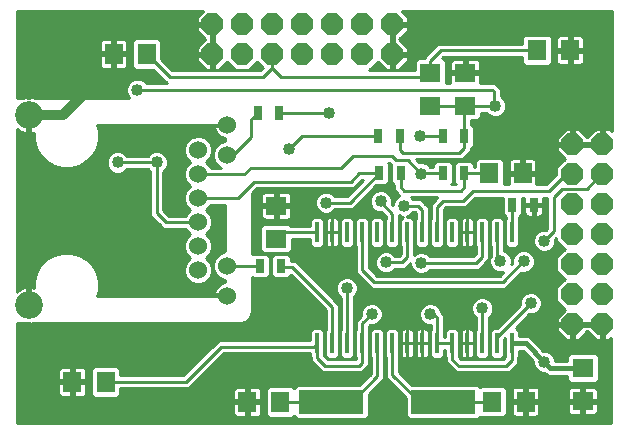
<source format=gbl>
G75*
G70*
%OFA0B0*%
%FSLAX24Y24*%
%IPPOS*%
%LPD*%
%AMOC8*
5,1,8,0,0,1.08239X$1,22.5*
%
%ADD10R,0.2165X0.0787*%
%ADD11OC8,0.0740*%
%ADD12R,0.0138X0.0709*%
%ADD13C,0.0602*%
%ADD14C,0.0927*%
%ADD15R,0.0709X0.0630*%
%ADD16R,0.0315X0.0472*%
%ADD17R,0.0630X0.0709*%
%ADD18C,0.0100*%
%ADD19C,0.0320*%
%ADD20C,0.0400*%
%ADD21C,0.0160*%
D10*
X013484Y001260D03*
X017224Y001260D03*
D11*
X021524Y003850D03*
X022524Y003850D03*
X022524Y004850D03*
X021524Y004850D03*
X021524Y005850D03*
X022524Y005850D03*
X022524Y006850D03*
X021524Y006850D03*
X021524Y007850D03*
X022524Y007850D03*
X022524Y008850D03*
X021524Y008850D03*
X021524Y009850D03*
X022524Y009850D03*
X015524Y012850D03*
X014524Y012850D03*
X013524Y012850D03*
X012524Y012850D03*
X011524Y012850D03*
X010524Y012850D03*
X009524Y012850D03*
X009524Y013850D03*
X010524Y013850D03*
X011524Y013850D03*
X012524Y013850D03*
X013524Y013850D03*
X014524Y013850D03*
X015524Y013850D03*
D12*
X015517Y006911D03*
X015017Y006911D03*
X014517Y006911D03*
X014017Y006911D03*
X013517Y006911D03*
X013017Y006911D03*
X016017Y006911D03*
X016517Y006911D03*
X017017Y006911D03*
X017517Y006911D03*
X018017Y006911D03*
X018517Y006911D03*
X019017Y006911D03*
X019517Y006911D03*
X019517Y003210D03*
X019017Y003210D03*
X018517Y003210D03*
X018017Y003210D03*
X017517Y003210D03*
X017017Y003210D03*
X016517Y003210D03*
X016017Y003210D03*
X015517Y003210D03*
X015017Y003210D03*
X014517Y003210D03*
X014017Y003210D03*
X013517Y003210D03*
X013017Y003210D03*
D13*
X010024Y004800D03*
X009056Y005646D03*
X010024Y005800D03*
X009056Y006446D03*
X009056Y007245D03*
X009056Y008044D03*
X009056Y008843D03*
X010024Y009489D03*
X009056Y009643D03*
X010024Y010489D03*
D14*
X003407Y010824D03*
X003407Y004473D03*
D15*
X011649Y006699D03*
X011649Y007801D03*
X016789Y011129D03*
X017949Y011124D03*
X017949Y012226D03*
X016789Y012231D03*
X021869Y002386D03*
X021869Y001284D03*
D16*
X011819Y005795D03*
X011110Y005795D03*
X015085Y008880D03*
X015794Y008880D03*
X017205Y008875D03*
X017914Y008875D03*
X019525Y007815D03*
X020234Y007815D03*
X017909Y010110D03*
X017200Y010110D03*
X015769Y010120D03*
X015060Y010120D03*
X011754Y010900D03*
X011045Y010900D03*
D17*
X007331Y012855D03*
X006228Y012855D03*
X018758Y008875D03*
X019861Y008875D03*
X020343Y012980D03*
X021446Y012980D03*
X005961Y001925D03*
X004858Y001925D03*
X010688Y001260D03*
X011791Y001260D03*
X018858Y001265D03*
X019961Y001265D03*
D18*
X002994Y000555D02*
X002994Y003887D01*
X003224Y003887D01*
X003263Y003875D01*
X003357Y003860D01*
X003357Y003887D01*
X003457Y003887D01*
X003457Y003860D01*
X003551Y003875D01*
X003590Y003887D01*
X010496Y003887D01*
X010662Y003956D01*
X010789Y004083D01*
X010858Y004249D01*
X010858Y005413D01*
X010882Y005389D01*
X011338Y005389D01*
X011438Y005488D01*
X011438Y006102D01*
X011338Y006201D01*
X010882Y006201D01*
X010858Y006177D01*
X010858Y008223D01*
X011016Y008380D01*
X014236Y008380D01*
X014516Y008660D01*
X014554Y008660D01*
X014014Y008120D01*
X013618Y008120D01*
X013524Y008214D01*
X013388Y008270D01*
X013241Y008270D01*
X013105Y008214D01*
X013001Y008110D01*
X012944Y007974D01*
X012944Y007826D01*
X013001Y007690D01*
X013105Y007586D01*
X013241Y007530D01*
X013388Y007530D01*
X013524Y007586D01*
X013618Y007680D01*
X014196Y007680D01*
X014990Y008474D01*
X015313Y008474D01*
X015413Y008573D01*
X015413Y009187D01*
X015379Y009220D01*
X015423Y009220D01*
X015424Y009219D01*
X015466Y009177D01*
X015466Y008573D01*
X015566Y008474D01*
X015574Y008474D01*
X015574Y008319D01*
X015703Y008190D01*
X015758Y008136D01*
X015705Y008114D01*
X015601Y008010D01*
X015544Y007874D01*
X015544Y007811D01*
X015497Y007859D01*
X015504Y007876D01*
X015504Y008024D01*
X015448Y008160D01*
X015344Y008264D01*
X015208Y008320D01*
X015061Y008320D01*
X014925Y008264D01*
X014821Y008160D01*
X014764Y008024D01*
X014764Y007876D01*
X014821Y007740D01*
X014925Y007636D01*
X015061Y007580D01*
X015153Y007580D01*
X015294Y007439D01*
X015294Y007352D01*
X015278Y007336D01*
X015278Y006486D01*
X015378Y006387D01*
X015657Y006387D01*
X015756Y006486D01*
X015756Y007336D01*
X015734Y007358D01*
X015734Y007474D01*
X015841Y007430D01*
X015873Y007430D01*
X015778Y007336D01*
X015778Y006486D01*
X015794Y006470D01*
X015794Y006181D01*
X015743Y006130D01*
X015618Y006130D01*
X015524Y006224D01*
X015388Y006280D01*
X015241Y006280D01*
X015105Y006224D01*
X015001Y006120D01*
X014944Y005984D01*
X014944Y005836D01*
X015001Y005700D01*
X015105Y005596D01*
X015241Y005540D01*
X015388Y005540D01*
X015524Y005596D01*
X015618Y005690D01*
X015926Y005690D01*
X016106Y005870D01*
X016114Y005879D01*
X016114Y005816D01*
X016171Y005680D01*
X016275Y005576D01*
X016411Y005520D01*
X016558Y005520D01*
X016694Y005576D01*
X016788Y005670D01*
X018396Y005670D01*
X018606Y005880D01*
X018734Y006009D01*
X018734Y006464D01*
X018756Y006486D01*
X018756Y007336D01*
X018657Y007435D01*
X018378Y007435D01*
X018278Y007336D01*
X018278Y006486D01*
X018294Y006470D01*
X018294Y006191D01*
X018213Y006110D01*
X016788Y006110D01*
X016694Y006204D01*
X016558Y006260D01*
X016411Y006260D01*
X016275Y006204D01*
X016234Y006163D01*
X016234Y006464D01*
X016256Y006486D01*
X016256Y007336D01*
X016157Y007435D01*
X016001Y007435D01*
X016124Y007486D01*
X016218Y007580D01*
X016283Y007580D01*
X016304Y007559D01*
X016304Y007362D01*
X016278Y007336D01*
X016278Y006486D01*
X016378Y006387D01*
X016657Y006387D01*
X016756Y006486D01*
X016756Y007336D01*
X016744Y007348D01*
X016744Y007741D01*
X016616Y007870D01*
X016466Y008020D01*
X016218Y008020D01*
X016158Y008080D01*
X017023Y008080D01*
X016933Y007990D01*
X016804Y007861D01*
X016804Y007362D01*
X016778Y007336D01*
X016778Y006486D01*
X016878Y006387D01*
X017157Y006387D01*
X017256Y006486D01*
X017256Y007336D01*
X017244Y007348D01*
X017244Y007679D01*
X017316Y007750D01*
X017966Y007750D01*
X018094Y007879D01*
X018286Y008070D01*
X019198Y008070D01*
X019198Y007508D01*
X019297Y007409D01*
X019297Y007409D01*
X019297Y007355D01*
X019278Y007336D01*
X019278Y006486D01*
X019378Y006387D01*
X019657Y006387D01*
X019756Y006486D01*
X019756Y007336D01*
X019737Y007355D01*
X019737Y007409D01*
X019753Y007409D01*
X019853Y007508D01*
X019853Y008070D01*
X019926Y008070D01*
X019926Y007844D01*
X020205Y007844D01*
X020205Y007786D01*
X020262Y007786D01*
X020262Y007429D01*
X020411Y007429D01*
X020449Y007439D01*
X020483Y007459D01*
X020511Y007487D01*
X020531Y007521D01*
X020541Y007559D01*
X020541Y007786D01*
X020262Y007786D01*
X020262Y007844D01*
X020541Y007844D01*
X020541Y008070D01*
X020674Y008070D01*
X020673Y007993D01*
X020674Y007991D01*
X020674Y007031D01*
X020643Y007000D01*
X020511Y007000D01*
X020375Y006944D01*
X020271Y006840D01*
X020214Y006704D01*
X020214Y006556D01*
X020215Y006556D02*
X019756Y006556D01*
X019756Y006655D02*
X020214Y006655D01*
X020214Y006556D02*
X020271Y006420D01*
X020375Y006316D01*
X020511Y006260D01*
X020658Y006260D01*
X020794Y006316D01*
X020898Y006420D01*
X020954Y006556D01*
X021055Y006556D01*
X020984Y006626D02*
X021261Y006350D01*
X020984Y006074D01*
X020984Y005626D01*
X021261Y005350D01*
X020984Y005074D01*
X020984Y004626D01*
X021275Y004336D01*
X021004Y004065D01*
X021004Y003900D01*
X021474Y003900D01*
X021474Y003800D01*
X021004Y003800D01*
X021004Y003635D01*
X021309Y003330D01*
X021474Y003330D01*
X021474Y003800D01*
X021574Y003800D01*
X021574Y003330D01*
X021740Y003330D01*
X022024Y003615D01*
X022309Y003330D01*
X022474Y003330D01*
X022474Y003800D01*
X022004Y003800D01*
X021574Y003800D01*
X021574Y003900D01*
X022474Y003900D01*
X022474Y003800D01*
X022574Y003800D01*
X022574Y003330D01*
X022740Y003330D01*
X022805Y003395D01*
X022795Y000550D01*
X002994Y000555D01*
X002994Y000646D02*
X022795Y000646D01*
X022795Y000745D02*
X019247Y000745D01*
X019244Y000741D02*
X019343Y000840D01*
X019343Y001690D01*
X019244Y001789D01*
X018473Y001789D01*
X018442Y001759D01*
X018378Y001824D01*
X016162Y001824D01*
X015737Y002248D01*
X015737Y002767D01*
X015756Y002785D01*
X015756Y003635D01*
X015657Y003735D01*
X015378Y003735D01*
X015278Y003635D01*
X015278Y002785D01*
X015297Y002767D01*
X015297Y002066D01*
X015972Y001391D01*
X015972Y000796D01*
X016071Y000696D01*
X018378Y000696D01*
X018447Y000766D01*
X018473Y000741D01*
X019244Y000741D01*
X019343Y000843D02*
X019511Y000843D01*
X019506Y000853D02*
X019526Y000819D01*
X019554Y000791D01*
X019588Y000771D01*
X019626Y000761D01*
X019911Y000761D01*
X019911Y001215D01*
X020011Y001215D01*
X020011Y001315D01*
X020426Y001315D01*
X020426Y001639D01*
X020415Y001677D01*
X020396Y001711D01*
X020368Y001739D01*
X020333Y001759D01*
X020295Y001769D01*
X020011Y001769D01*
X020011Y001315D01*
X019911Y001315D01*
X019911Y001769D01*
X019626Y001769D01*
X019588Y001759D01*
X019554Y001739D01*
X019526Y001711D01*
X019506Y001677D01*
X019496Y001639D01*
X019496Y001315D01*
X019911Y001315D01*
X019911Y001215D01*
X019496Y001215D01*
X019496Y000891D01*
X019506Y000853D01*
X019496Y000942D02*
X019343Y000942D01*
X019343Y001040D02*
X019496Y001040D01*
X019496Y001139D02*
X019343Y001139D01*
X019343Y001237D02*
X019911Y001237D01*
X019911Y001139D02*
X020011Y001139D01*
X020011Y001215D02*
X020011Y000761D01*
X020295Y000761D01*
X020333Y000771D01*
X020368Y000791D01*
X020396Y000819D01*
X020415Y000853D01*
X020426Y000891D01*
X020426Y001215D01*
X020011Y001215D01*
X020011Y001237D02*
X021819Y001237D01*
X021819Y001234D02*
X021365Y001234D01*
X021365Y000949D01*
X021375Y000911D01*
X021395Y000877D01*
X021423Y000849D01*
X021457Y000829D01*
X021495Y000819D01*
X021819Y000819D01*
X021819Y001234D01*
X021819Y001334D01*
X021365Y001334D01*
X021365Y001619D01*
X021375Y001657D01*
X021395Y001691D01*
X021423Y001719D01*
X021457Y001739D01*
X021495Y001749D01*
X021819Y001749D01*
X021819Y001334D01*
X021919Y001334D01*
X021919Y001749D01*
X022243Y001749D01*
X022282Y001739D01*
X022316Y001719D01*
X022344Y001691D01*
X022364Y001657D01*
X022374Y001619D01*
X022374Y001334D01*
X021919Y001334D01*
X021919Y001234D01*
X021919Y000819D01*
X022243Y000819D01*
X022282Y000829D01*
X022316Y000849D01*
X022344Y000877D01*
X022364Y000911D01*
X022374Y000949D01*
X022374Y001234D01*
X021919Y001234D01*
X021819Y001234D01*
X021819Y001139D02*
X021919Y001139D01*
X021919Y001237D02*
X022797Y001237D01*
X022797Y001139D02*
X022374Y001139D01*
X022374Y001040D02*
X022796Y001040D01*
X022796Y000942D02*
X022372Y000942D01*
X022306Y000843D02*
X022796Y000843D01*
X022798Y001336D02*
X022374Y001336D01*
X022374Y001434D02*
X022798Y001434D01*
X022798Y001533D02*
X022374Y001533D01*
X022370Y001631D02*
X022799Y001631D01*
X022799Y001730D02*
X022297Y001730D01*
X022294Y001901D02*
X022394Y002001D01*
X022394Y002772D01*
X022294Y002871D01*
X021445Y002871D01*
X021345Y002772D01*
X021345Y002636D01*
X020944Y002636D01*
X020944Y002674D01*
X020888Y002810D01*
X020784Y002914D01*
X020648Y002970D01*
X020558Y002970D01*
X020106Y003422D01*
X020014Y003460D01*
X019756Y003460D01*
X019756Y003635D01*
X019657Y003735D01*
X019630Y003735D01*
X020076Y004180D01*
X020208Y004180D01*
X020344Y004236D01*
X020448Y004340D01*
X020504Y004476D01*
X020504Y004624D01*
X020448Y004760D01*
X020344Y004864D01*
X020208Y004920D01*
X020061Y004920D01*
X019925Y004864D01*
X019821Y004760D01*
X019764Y004624D01*
X019764Y004491D01*
X019008Y003735D01*
X018878Y003735D01*
X018778Y003635D01*
X018778Y002785D01*
X018878Y002686D01*
X019157Y002686D01*
X019256Y002785D01*
X019256Y003361D01*
X019278Y003383D01*
X019278Y003287D01*
X019267Y003260D01*
X019267Y003161D01*
X019278Y003134D01*
X019278Y002785D01*
X019285Y002779D01*
X019285Y002741D01*
X019223Y002680D01*
X017826Y002680D01*
X017744Y002761D01*
X017744Y002774D01*
X017756Y002785D01*
X017756Y003635D01*
X017657Y003735D01*
X017378Y003735D01*
X017278Y003635D01*
X017278Y003430D01*
X017256Y003430D01*
X017256Y003635D01*
X017234Y003657D01*
X017234Y004161D01*
X017154Y004241D01*
X017154Y004254D01*
X017098Y004390D01*
X016994Y004494D01*
X016858Y004550D01*
X016711Y004550D01*
X016575Y004494D01*
X016471Y004390D01*
X016414Y004254D01*
X016414Y004106D01*
X016471Y003970D01*
X016575Y003866D01*
X016711Y003810D01*
X016794Y003810D01*
X016794Y003651D01*
X016778Y003635D01*
X016778Y002785D01*
X016878Y002686D01*
X017157Y002686D01*
X017256Y002785D01*
X017256Y002990D01*
X017278Y002990D01*
X017278Y002785D01*
X017304Y002760D01*
X017304Y002579D01*
X017433Y002450D01*
X017643Y002240D01*
X019406Y002240D01*
X019534Y002369D01*
X019725Y002559D01*
X019725Y002754D01*
X019756Y002785D01*
X019756Y002960D01*
X019861Y002960D01*
X020204Y002616D01*
X019725Y002616D01*
X019725Y002715D02*
X020106Y002715D01*
X020008Y002813D02*
X019756Y002813D01*
X019756Y002912D02*
X019909Y002912D01*
X020204Y002616D02*
X020204Y002526D01*
X020261Y002390D01*
X020365Y002286D01*
X020501Y002230D01*
X020591Y002230D01*
X020647Y002174D01*
X020738Y002136D01*
X021345Y002136D01*
X021345Y002001D01*
X021445Y001901D01*
X022294Y001901D01*
X022319Y001927D02*
X022800Y001927D01*
X022800Y002025D02*
X022394Y002025D01*
X022394Y002124D02*
X022800Y002124D01*
X022801Y002222D02*
X022394Y002222D01*
X022394Y002321D02*
X022801Y002321D01*
X022801Y002419D02*
X022394Y002419D01*
X022394Y002518D02*
X022802Y002518D01*
X022802Y002616D02*
X022394Y002616D01*
X022394Y002715D02*
X022802Y002715D01*
X022803Y002813D02*
X022352Y002813D01*
X022803Y002912D02*
X020786Y002912D01*
X020885Y002813D02*
X021387Y002813D01*
X021345Y002715D02*
X020927Y002715D01*
X020518Y003010D02*
X022804Y003010D01*
X022804Y003109D02*
X020419Y003109D01*
X020321Y003207D02*
X022804Y003207D01*
X022805Y003306D02*
X020222Y003306D01*
X020124Y003404D02*
X021235Y003404D01*
X021137Y003503D02*
X019756Y003503D01*
X019756Y003601D02*
X021038Y003601D01*
X021004Y003700D02*
X019692Y003700D01*
X019694Y003798D02*
X021004Y003798D01*
X021004Y003995D02*
X019891Y003995D01*
X019989Y004094D02*
X021033Y004094D01*
X021131Y004192D02*
X020237Y004192D01*
X020398Y004291D02*
X021230Y004291D01*
X021222Y004389D02*
X020468Y004389D01*
X020504Y004488D02*
X021123Y004488D01*
X021025Y004586D02*
X020504Y004586D01*
X020479Y004685D02*
X020984Y004685D01*
X020984Y004783D02*
X020425Y004783D01*
X020301Y004882D02*
X020984Y004882D01*
X020984Y004980D02*
X014374Y004980D01*
X014374Y004976D02*
X014374Y005124D01*
X014318Y005260D01*
X014214Y005364D01*
X014078Y005420D01*
X013931Y005420D01*
X013795Y005364D01*
X013691Y005260D01*
X013634Y005124D01*
X013634Y004976D01*
X013691Y004840D01*
X013795Y004736D01*
X013797Y004735D01*
X013797Y003654D01*
X013778Y003635D01*
X013778Y002785D01*
X013878Y002686D01*
X014157Y002686D01*
X014256Y002785D01*
X014256Y003635D01*
X014237Y003654D01*
X014237Y004760D01*
X014318Y004840D01*
X014374Y004976D01*
X014335Y004882D02*
X019968Y004882D01*
X019844Y004783D02*
X014261Y004783D01*
X014237Y004685D02*
X018296Y004685D01*
X018305Y004694D02*
X018201Y004590D01*
X018144Y004454D01*
X018144Y004306D01*
X018201Y004170D01*
X018297Y004074D01*
X018297Y003654D01*
X018278Y003635D01*
X018278Y002785D01*
X018378Y002686D01*
X018657Y002686D01*
X018756Y002785D01*
X018756Y003635D01*
X018737Y003654D01*
X018737Y004080D01*
X018828Y004170D01*
X018884Y004306D01*
X018884Y004454D01*
X018828Y004590D01*
X018724Y004694D01*
X018588Y004750D01*
X018441Y004750D01*
X018305Y004694D01*
X018199Y004586D02*
X014237Y004586D01*
X014237Y004488D02*
X014609Y004488D01*
X014625Y004504D02*
X014521Y004400D01*
X014464Y004264D01*
X014464Y004131D01*
X014297Y003964D01*
X014297Y003654D01*
X014278Y003635D01*
X014278Y002785D01*
X014294Y002770D01*
X014294Y002680D01*
X013376Y002680D01*
X013256Y002799D01*
X013256Y003635D01*
X013157Y003735D01*
X012878Y003735D01*
X012778Y003635D01*
X012778Y003320D01*
X009733Y003320D01*
X009604Y003191D01*
X008558Y002145D01*
X006446Y002145D01*
X006446Y002350D01*
X006346Y002449D01*
X005575Y002449D01*
X005476Y002350D01*
X005476Y001500D01*
X005575Y001401D01*
X006346Y001401D01*
X006446Y001500D01*
X006446Y001705D01*
X008741Y001705D01*
X009916Y002880D01*
X012778Y002880D01*
X012778Y002785D01*
X012797Y002767D01*
X012797Y002636D01*
X013064Y002369D01*
X013193Y002240D01*
X014496Y002240D01*
X014606Y002350D01*
X014734Y002479D01*
X014734Y002764D01*
X014756Y002785D01*
X014756Y003635D01*
X014737Y003654D01*
X014737Y003782D01*
X014776Y003820D01*
X014908Y003820D01*
X015044Y003876D01*
X015148Y003980D01*
X015204Y004116D01*
X015204Y004264D01*
X015148Y004400D01*
X015044Y004504D01*
X014908Y004560D01*
X014761Y004560D01*
X014625Y004504D01*
X014516Y004389D02*
X014237Y004389D01*
X014237Y004291D02*
X014476Y004291D01*
X014464Y004192D02*
X014237Y004192D01*
X014237Y004094D02*
X014427Y004094D01*
X014328Y003995D02*
X014237Y003995D01*
X014237Y003897D02*
X014297Y003897D01*
X014297Y003798D02*
X014237Y003798D01*
X014237Y003700D02*
X014297Y003700D01*
X014278Y003601D02*
X014256Y003601D01*
X014256Y003503D02*
X014278Y003503D01*
X014278Y003404D02*
X014256Y003404D01*
X014256Y003306D02*
X014278Y003306D01*
X014278Y003207D02*
X014256Y003207D01*
X014256Y003109D02*
X014278Y003109D01*
X014278Y003010D02*
X014256Y003010D01*
X014256Y002912D02*
X014278Y002912D01*
X014278Y002813D02*
X014256Y002813D01*
X014294Y002715D02*
X014185Y002715D01*
X013849Y002715D02*
X013685Y002715D01*
X013657Y002686D02*
X013756Y002785D01*
X013756Y003635D01*
X013737Y003654D01*
X013737Y004498D01*
X012394Y005841D01*
X012266Y005970D01*
X012146Y005970D01*
X012146Y006102D01*
X012047Y006201D01*
X011591Y006201D01*
X011491Y006102D01*
X011491Y005488D01*
X011591Y005389D01*
X012047Y005389D01*
X012136Y005478D01*
X013297Y004316D01*
X013297Y003654D01*
X013278Y003635D01*
X013278Y002785D01*
X013378Y002686D01*
X013657Y002686D01*
X013756Y002813D02*
X013778Y002813D01*
X013778Y002912D02*
X013756Y002912D01*
X013756Y003010D02*
X013778Y003010D01*
X013778Y003109D02*
X013756Y003109D01*
X013756Y003207D02*
X013778Y003207D01*
X013778Y003306D02*
X013756Y003306D01*
X013756Y003404D02*
X013778Y003404D01*
X013778Y003503D02*
X013756Y003503D01*
X013756Y003601D02*
X013778Y003601D01*
X013797Y003700D02*
X013737Y003700D01*
X013737Y003798D02*
X013797Y003798D01*
X013797Y003897D02*
X013737Y003897D01*
X013737Y003995D02*
X013797Y003995D01*
X013797Y004094D02*
X013737Y004094D01*
X013737Y004192D02*
X013797Y004192D01*
X013797Y004291D02*
X013737Y004291D01*
X013737Y004389D02*
X013797Y004389D01*
X013797Y004488D02*
X013737Y004488D01*
X013797Y004586D02*
X013650Y004586D01*
X013551Y004685D02*
X013797Y004685D01*
X013748Y004783D02*
X013453Y004783D01*
X013354Y004882D02*
X013674Y004882D01*
X013634Y004980D02*
X013256Y004980D01*
X013157Y005079D02*
X013634Y005079D01*
X013657Y005177D02*
X013059Y005177D01*
X012960Y005276D02*
X013707Y005276D01*
X013820Y005374D02*
X012862Y005374D01*
X012763Y005473D02*
X014391Y005473D01*
X014423Y005440D02*
X014833Y005030D01*
X019286Y005030D01*
X019414Y005159D01*
X019826Y005570D01*
X019968Y005570D01*
X020104Y005626D01*
X020208Y005730D01*
X020264Y005866D01*
X020264Y006014D01*
X020208Y006150D01*
X020104Y006254D01*
X019968Y006310D01*
X019821Y006310D01*
X019685Y006254D01*
X019581Y006150D01*
X019524Y006014D01*
X019524Y005891D01*
X019484Y005850D01*
X019494Y005876D01*
X019494Y006024D01*
X019438Y006160D01*
X019334Y006264D01*
X019237Y006304D01*
X019237Y006467D01*
X019256Y006486D01*
X019256Y007336D01*
X019157Y007435D01*
X018878Y007435D01*
X018778Y007336D01*
X018778Y006486D01*
X018797Y006467D01*
X018797Y006127D01*
X018754Y006024D01*
X018754Y005876D01*
X018811Y005740D01*
X018915Y005636D01*
X019051Y005580D01*
X019198Y005580D01*
X019224Y005591D01*
X019103Y005470D01*
X015016Y005470D01*
X014734Y005751D01*
X014734Y006464D01*
X014756Y006486D01*
X014756Y007336D01*
X014657Y007435D01*
X014378Y007435D01*
X014278Y007336D01*
X014278Y006486D01*
X014294Y006470D01*
X014294Y005569D01*
X014423Y005440D01*
X014489Y005374D02*
X014189Y005374D01*
X014302Y005276D02*
X014588Y005276D01*
X014686Y005177D02*
X014352Y005177D01*
X014374Y005079D02*
X014785Y005079D01*
X014924Y005250D02*
X014514Y005660D01*
X014514Y006908D01*
X014517Y006911D01*
X014278Y006950D02*
X014256Y006950D01*
X014256Y006852D02*
X014278Y006852D01*
X014278Y006753D02*
X014256Y006753D01*
X014256Y006655D02*
X014278Y006655D01*
X014278Y006556D02*
X014256Y006556D01*
X014256Y006486D02*
X014157Y006387D01*
X013878Y006387D01*
X013778Y006486D01*
X013778Y007336D01*
X013878Y007435D01*
X014157Y007435D01*
X014256Y007336D01*
X014256Y006486D01*
X014227Y006458D02*
X014294Y006458D01*
X014294Y006359D02*
X012174Y006359D01*
X012174Y006313D02*
X012174Y006691D01*
X012778Y006691D01*
X012778Y006486D01*
X012878Y006387D01*
X013157Y006387D01*
X013256Y006486D01*
X013256Y007336D01*
X013157Y007435D01*
X012878Y007435D01*
X012778Y007336D01*
X012778Y007131D01*
X012127Y007131D01*
X012074Y007184D01*
X011225Y007184D01*
X011125Y007084D01*
X011125Y006313D01*
X011225Y006214D01*
X012074Y006214D01*
X012174Y006313D01*
X012121Y006261D02*
X014294Y006261D01*
X014294Y006162D02*
X012086Y006162D01*
X012146Y006064D02*
X014294Y006064D01*
X014294Y005965D02*
X012271Y005965D01*
X012369Y005867D02*
X014294Y005867D01*
X014294Y005768D02*
X012468Y005768D01*
X012566Y005670D02*
X014294Y005670D01*
X014294Y005571D02*
X012665Y005571D01*
X012338Y005276D02*
X010858Y005276D01*
X010858Y005374D02*
X012239Y005374D01*
X012141Y005473D02*
X012130Y005473D01*
X012174Y005750D02*
X011864Y005750D01*
X011819Y005795D01*
X011491Y005768D02*
X011438Y005768D01*
X011438Y005670D02*
X011491Y005670D01*
X011491Y005571D02*
X011438Y005571D01*
X011422Y005473D02*
X011507Y005473D01*
X012174Y005750D02*
X013517Y004407D01*
X013517Y003210D01*
X013278Y003207D02*
X013256Y003207D01*
X013256Y003109D02*
X013278Y003109D01*
X013278Y003010D02*
X013256Y003010D01*
X013256Y002912D02*
X013278Y002912D01*
X013278Y002813D02*
X013256Y002813D01*
X013341Y002715D02*
X013349Y002715D01*
X013284Y002460D02*
X013017Y002727D01*
X013017Y003210D01*
X012907Y003100D01*
X009824Y003100D01*
X008649Y001925D01*
X005961Y001925D01*
X005476Y001927D02*
X004908Y001927D01*
X004908Y001975D02*
X005323Y001975D01*
X005323Y002299D01*
X005313Y002337D01*
X005293Y002371D01*
X005265Y002399D01*
X005231Y002419D01*
X005193Y002429D01*
X004908Y002429D01*
X004908Y001975D01*
X004808Y001975D01*
X004808Y001875D01*
X004393Y001875D01*
X004393Y001551D01*
X004403Y001513D01*
X004423Y001479D01*
X004451Y001451D01*
X004485Y001431D01*
X004524Y001421D01*
X004808Y001421D01*
X004808Y001875D01*
X004908Y001875D01*
X004908Y001421D01*
X005193Y001421D01*
X005231Y001431D01*
X005265Y001451D01*
X005293Y001479D01*
X005313Y001513D01*
X005323Y001551D01*
X005323Y001875D01*
X004908Y001875D01*
X004908Y001975D01*
X004908Y002025D02*
X004808Y002025D01*
X004808Y001975D02*
X004808Y002429D01*
X004524Y002429D01*
X004485Y002419D01*
X002994Y002419D01*
X002994Y002321D02*
X004399Y002321D01*
X004403Y002337D02*
X004393Y002299D01*
X004393Y001975D01*
X004808Y001975D01*
X004808Y001927D02*
X002994Y001927D01*
X002994Y002025D02*
X004393Y002025D01*
X004393Y002124D02*
X002994Y002124D01*
X002994Y002222D02*
X004393Y002222D01*
X004403Y002337D02*
X004423Y002371D01*
X004451Y002399D01*
X004485Y002419D01*
X004808Y002419D02*
X004908Y002419D01*
X004908Y002321D02*
X004808Y002321D01*
X004808Y002222D02*
X004908Y002222D01*
X004908Y002124D02*
X004808Y002124D01*
X004808Y001828D02*
X004908Y001828D01*
X004908Y001730D02*
X004808Y001730D01*
X004808Y001631D02*
X004908Y001631D01*
X004908Y001533D02*
X004808Y001533D01*
X004808Y001434D02*
X004908Y001434D01*
X004480Y001434D02*
X002994Y001434D01*
X002994Y001336D02*
X010223Y001336D01*
X010223Y001310D02*
X010638Y001310D01*
X010638Y001210D01*
X010223Y001210D01*
X010223Y000886D01*
X010233Y000848D01*
X010253Y000814D01*
X010281Y000786D01*
X010315Y000766D01*
X010354Y000756D01*
X010638Y000756D01*
X010638Y001210D01*
X010738Y001210D01*
X010738Y000756D01*
X011023Y000756D01*
X011061Y000766D01*
X011095Y000786D01*
X011123Y000814D01*
X011143Y000848D01*
X011153Y000886D01*
X011153Y001210D01*
X010738Y001210D01*
X010738Y001310D01*
X010638Y001310D01*
X010638Y001764D01*
X010354Y001764D01*
X010315Y001754D01*
X010281Y001734D01*
X010253Y001706D01*
X010233Y001672D01*
X010223Y001634D01*
X010223Y001310D01*
X010223Y001434D02*
X006379Y001434D01*
X006446Y001533D02*
X010223Y001533D01*
X010223Y001631D02*
X006446Y001631D01*
X006446Y002222D02*
X008635Y002222D01*
X008734Y002321D02*
X006446Y002321D01*
X006376Y002419D02*
X008832Y002419D01*
X008931Y002518D02*
X002994Y002518D01*
X002994Y002616D02*
X009029Y002616D01*
X009128Y002715D02*
X002994Y002715D01*
X002994Y002813D02*
X009226Y002813D01*
X009325Y002912D02*
X002994Y002912D01*
X002994Y003010D02*
X009423Y003010D01*
X009522Y003109D02*
X002994Y003109D01*
X002994Y003207D02*
X009620Y003207D01*
X009719Y003306D02*
X002994Y003306D01*
X002994Y003404D02*
X012778Y003404D01*
X012778Y003503D02*
X002994Y003503D01*
X002994Y003601D02*
X012778Y003601D01*
X012843Y003700D02*
X002994Y003700D01*
X002994Y003798D02*
X013297Y003798D01*
X013297Y003700D02*
X013192Y003700D01*
X013256Y003601D02*
X013278Y003601D01*
X013278Y003503D02*
X013256Y003503D01*
X013256Y003404D02*
X013278Y003404D01*
X013278Y003306D02*
X013256Y003306D01*
X014017Y003210D02*
X014017Y005037D01*
X014004Y005050D01*
X014924Y005250D02*
X019194Y005250D01*
X019884Y005940D01*
X019894Y005940D01*
X019545Y006064D02*
X019478Y006064D01*
X019494Y005965D02*
X019524Y005965D01*
X019500Y005867D02*
X019490Y005867D01*
X019436Y006162D02*
X019593Y006162D01*
X019701Y006261D02*
X019337Y006261D01*
X019237Y006359D02*
X020332Y006359D01*
X020255Y006458D02*
X019727Y006458D01*
X020087Y006261D02*
X020510Y006261D01*
X020659Y006261D02*
X021171Y006261D01*
X021252Y006359D02*
X020837Y006359D01*
X020913Y006458D02*
X021153Y006458D01*
X020954Y006556D02*
X020954Y006689D01*
X020984Y006719D01*
X020984Y006626D01*
X020984Y006655D02*
X020954Y006655D01*
X020894Y006940D02*
X020584Y006630D01*
X020235Y006753D02*
X019756Y006753D01*
X019756Y006852D02*
X020283Y006852D01*
X020390Y006950D02*
X019756Y006950D01*
X019756Y007049D02*
X020674Y007049D01*
X020674Y007147D02*
X019756Y007147D01*
X019756Y007246D02*
X020674Y007246D01*
X020674Y007344D02*
X019748Y007344D01*
X019787Y007443D02*
X020012Y007443D01*
X020018Y007439D02*
X020057Y007429D01*
X020205Y007429D01*
X020205Y007786D01*
X019926Y007786D01*
X019926Y007559D01*
X019936Y007521D01*
X019956Y007487D01*
X019984Y007459D01*
X020018Y007439D01*
X019931Y007541D02*
X019853Y007541D01*
X019853Y007640D02*
X019926Y007640D01*
X019926Y007738D02*
X019853Y007738D01*
X019853Y007837D02*
X020205Y007837D01*
X020262Y007837D02*
X020674Y007837D01*
X020674Y007935D02*
X020541Y007935D01*
X020541Y008034D02*
X020674Y008034D01*
X020894Y008080D02*
X020894Y006940D01*
X020674Y007443D02*
X020455Y007443D01*
X020536Y007541D02*
X020674Y007541D01*
X020674Y007640D02*
X020541Y007640D01*
X020541Y007738D02*
X020674Y007738D01*
X020894Y008080D02*
X021174Y008350D01*
X021994Y008350D01*
X022484Y008850D01*
X022524Y008850D01*
X021524Y008850D02*
X021304Y008850D01*
X020744Y008290D01*
X018194Y008290D01*
X017874Y007970D01*
X017224Y007970D01*
X017024Y007770D01*
X017024Y006918D01*
X017017Y006911D01*
X016778Y006950D02*
X016756Y006950D01*
X016756Y006852D02*
X016778Y006852D01*
X016778Y006753D02*
X016756Y006753D01*
X016756Y006655D02*
X016778Y006655D01*
X016778Y006556D02*
X016756Y006556D01*
X016727Y006458D02*
X016807Y006458D01*
X016736Y006162D02*
X018265Y006162D01*
X018294Y006261D02*
X016234Y006261D01*
X016234Y006359D02*
X018294Y006359D01*
X018294Y006458D02*
X018199Y006458D01*
X018206Y006465D02*
X018226Y006499D01*
X018236Y006537D01*
X018236Y006911D01*
X018017Y006911D01*
X017798Y006911D01*
X017798Y006537D01*
X017809Y006499D01*
X017828Y006465D01*
X017856Y006437D01*
X017891Y006417D01*
X017929Y006407D01*
X018017Y006407D01*
X018017Y006911D01*
X018017Y006911D01*
X017798Y006911D01*
X017798Y007285D01*
X017809Y007323D01*
X017828Y007357D01*
X017856Y007385D01*
X017891Y007405D01*
X017929Y007415D01*
X018017Y007415D01*
X018017Y006911D01*
X018017Y006911D01*
X018017Y006911D01*
X018017Y006407D01*
X018106Y006407D01*
X018144Y006417D01*
X018178Y006437D01*
X018206Y006465D01*
X018236Y006556D02*
X018278Y006556D01*
X018278Y006655D02*
X018236Y006655D01*
X018236Y006753D02*
X018278Y006753D01*
X018278Y006852D02*
X018236Y006852D01*
X018236Y006911D02*
X018236Y007285D01*
X018226Y007323D01*
X018206Y007357D01*
X018178Y007385D01*
X018144Y007405D01*
X018106Y007415D01*
X018017Y007415D01*
X018017Y006911D01*
X018236Y006911D01*
X018236Y006950D02*
X018278Y006950D01*
X018278Y007049D02*
X018236Y007049D01*
X018236Y007147D02*
X018278Y007147D01*
X018278Y007246D02*
X018236Y007246D01*
X018214Y007344D02*
X018287Y007344D01*
X018748Y007344D02*
X018787Y007344D01*
X018778Y007246D02*
X018756Y007246D01*
X018756Y007147D02*
X018778Y007147D01*
X018778Y007049D02*
X018756Y007049D01*
X018756Y006950D02*
X018778Y006950D01*
X018778Y006852D02*
X018756Y006852D01*
X018756Y006753D02*
X018778Y006753D01*
X018778Y006655D02*
X018756Y006655D01*
X018756Y006556D02*
X018778Y006556D01*
X018797Y006458D02*
X018734Y006458D01*
X018734Y006359D02*
X018797Y006359D01*
X018797Y006261D02*
X018734Y006261D01*
X018734Y006162D02*
X018797Y006162D01*
X018771Y006064D02*
X018734Y006064D01*
X018754Y005965D02*
X018691Y005965D01*
X018759Y005867D02*
X018592Y005867D01*
X018494Y005768D02*
X018799Y005768D01*
X018882Y005670D02*
X016787Y005670D01*
X016681Y005571D02*
X019204Y005571D01*
X019106Y005473D02*
X015013Y005473D01*
X014915Y005571D02*
X015166Y005571D01*
X015032Y005670D02*
X014816Y005670D01*
X014734Y005768D02*
X014973Y005768D01*
X014944Y005867D02*
X014734Y005867D01*
X014734Y005965D02*
X014944Y005965D01*
X014978Y006064D02*
X014734Y006064D01*
X014734Y006162D02*
X015043Y006162D01*
X015194Y006261D02*
X014734Y006261D01*
X014734Y006359D02*
X015794Y006359D01*
X015794Y006261D02*
X015435Y006261D01*
X015586Y006162D02*
X015775Y006162D01*
X016014Y006090D02*
X016014Y006908D01*
X016017Y006911D01*
X015778Y006950D02*
X015756Y006950D01*
X015756Y006852D02*
X015778Y006852D01*
X015778Y006753D02*
X015756Y006753D01*
X015756Y006655D02*
X015778Y006655D01*
X015778Y006556D02*
X015756Y006556D01*
X015727Y006458D02*
X015794Y006458D01*
X016014Y006090D02*
X015834Y005910D01*
X015314Y005910D01*
X015597Y005670D02*
X016182Y005670D01*
X016134Y005768D02*
X016004Y005768D01*
X016102Y005867D02*
X016114Y005867D01*
X016288Y005571D02*
X015463Y005571D01*
X016484Y005890D02*
X018304Y005890D01*
X018514Y006100D01*
X018514Y006908D01*
X018517Y006911D01*
X018017Y006911D02*
X018017Y006911D01*
X018017Y006950D02*
X018017Y006950D01*
X018017Y006852D02*
X018017Y006852D01*
X018017Y006753D02*
X018017Y006753D01*
X018017Y006655D02*
X018017Y006655D01*
X018017Y006556D02*
X018017Y006556D01*
X018017Y006458D02*
X018017Y006458D01*
X017835Y006458D02*
X017727Y006458D01*
X017756Y006486D02*
X017657Y006387D01*
X017378Y006387D01*
X017278Y006486D01*
X017278Y007336D01*
X017378Y007435D01*
X017657Y007435D01*
X017756Y007336D01*
X017756Y006486D01*
X017756Y006556D02*
X017798Y006556D01*
X017798Y006655D02*
X017756Y006655D01*
X017756Y006753D02*
X017798Y006753D01*
X017798Y006852D02*
X017756Y006852D01*
X017756Y006950D02*
X017798Y006950D01*
X017798Y007049D02*
X017756Y007049D01*
X017756Y007147D02*
X017798Y007147D01*
X017798Y007246D02*
X017756Y007246D01*
X017748Y007344D02*
X017821Y007344D01*
X018017Y007344D02*
X018017Y007344D01*
X018017Y007246D02*
X018017Y007246D01*
X018017Y007147D02*
X018017Y007147D01*
X018017Y007049D02*
X018017Y007049D01*
X017278Y007049D02*
X017256Y007049D01*
X017256Y007147D02*
X017278Y007147D01*
X017278Y007246D02*
X017256Y007246D01*
X017248Y007344D02*
X017287Y007344D01*
X017244Y007443D02*
X019263Y007443D01*
X019248Y007344D02*
X019287Y007344D01*
X019278Y007246D02*
X019256Y007246D01*
X019256Y007147D02*
X019278Y007147D01*
X019278Y007049D02*
X019256Y007049D01*
X019256Y006950D02*
X019278Y006950D01*
X019278Y006852D02*
X019256Y006852D01*
X019256Y006753D02*
X019278Y006753D01*
X019278Y006655D02*
X019256Y006655D01*
X019256Y006556D02*
X019278Y006556D01*
X019307Y006458D02*
X019237Y006458D01*
X019017Y006057D02*
X019124Y005950D01*
X019017Y006057D02*
X019017Y006911D01*
X019517Y006911D02*
X019517Y007807D01*
X019525Y007815D01*
X019853Y007935D02*
X019926Y007935D01*
X019926Y008034D02*
X019853Y008034D01*
X020205Y007738D02*
X020262Y007738D01*
X020262Y007640D02*
X020205Y007640D01*
X020205Y007541D02*
X020262Y007541D01*
X020262Y007443D02*
X020205Y007443D01*
X019198Y007541D02*
X017244Y007541D01*
X017244Y007640D02*
X019198Y007640D01*
X019198Y007738D02*
X017304Y007738D01*
X016977Y008034D02*
X016204Y008034D01*
X016551Y007935D02*
X016878Y007935D01*
X016804Y007837D02*
X016649Y007837D01*
X016744Y007738D02*
X016804Y007738D01*
X016804Y007640D02*
X016744Y007640D01*
X016744Y007541D02*
X016804Y007541D01*
X016804Y007443D02*
X016744Y007443D01*
X016748Y007344D02*
X016787Y007344D01*
X016778Y007246D02*
X016756Y007246D01*
X016756Y007147D02*
X016778Y007147D01*
X016778Y007049D02*
X016756Y007049D01*
X016524Y006918D02*
X016517Y006911D01*
X016524Y006918D02*
X016524Y007650D01*
X016374Y007800D01*
X015914Y007800D01*
X015570Y007935D02*
X015504Y007935D01*
X015500Y008034D02*
X015625Y008034D01*
X015749Y008132D02*
X015459Y008132D01*
X015377Y008231D02*
X015663Y008231D01*
X015574Y008329D02*
X014845Y008329D01*
X014892Y008231D02*
X014747Y008231D01*
X014809Y008132D02*
X014648Y008132D01*
X014550Y008034D02*
X014769Y008034D01*
X014764Y007935D02*
X014451Y007935D01*
X014353Y007837D02*
X014781Y007837D01*
X014823Y007738D02*
X014254Y007738D01*
X014105Y007900D02*
X015085Y008880D01*
X014424Y008880D01*
X014144Y008600D01*
X010924Y008600D01*
X010369Y008044D01*
X009056Y008044D01*
X008623Y008231D02*
X007884Y008231D01*
X007884Y008329D02*
X008674Y008329D01*
X008656Y008311D02*
X008585Y008138D01*
X008585Y007950D01*
X008656Y007777D01*
X008789Y007645D01*
X008789Y007644D01*
X008656Y007512D01*
X008635Y007460D01*
X008076Y007460D01*
X007884Y007651D01*
X007884Y008937D01*
X007978Y009030D01*
X008034Y009166D01*
X008034Y009314D01*
X008718Y009314D01*
X008656Y009376D02*
X008789Y009243D01*
X008789Y009243D01*
X008656Y009110D01*
X008585Y008937D01*
X008585Y008750D01*
X008656Y008576D01*
X008789Y008444D01*
X008789Y008444D01*
X008656Y008311D01*
X008773Y008428D02*
X007884Y008428D01*
X007884Y008526D02*
X008707Y008526D01*
X008789Y008444D02*
X008789Y008444D01*
X008637Y008625D02*
X007884Y008625D01*
X007884Y008723D02*
X008596Y008723D01*
X008585Y008822D02*
X007884Y008822D01*
X007884Y008920D02*
X008585Y008920D01*
X008618Y009019D02*
X007966Y009019D01*
X008014Y009117D02*
X008663Y009117D01*
X008762Y009216D02*
X008034Y009216D01*
X008034Y009314D02*
X007978Y009450D01*
X007874Y009554D01*
X007738Y009610D01*
X007591Y009610D01*
X007455Y009554D01*
X007361Y009460D01*
X006668Y009460D01*
X006574Y009554D01*
X006438Y009610D01*
X006291Y009610D01*
X006155Y009554D01*
X006051Y009450D01*
X005994Y009314D01*
X005994Y009166D01*
X006051Y009030D01*
X006155Y008926D01*
X006291Y008870D01*
X006438Y008870D01*
X006574Y008926D01*
X006668Y009020D01*
X007361Y009020D01*
X007444Y008937D01*
X007444Y007469D01*
X007764Y007149D01*
X007893Y007020D01*
X008639Y007020D01*
X008656Y006978D01*
X008789Y006845D01*
X008656Y006713D01*
X008585Y006539D01*
X008585Y006352D01*
X008656Y006179D01*
X008789Y006046D01*
X008656Y005913D01*
X008585Y005740D01*
X008585Y005553D01*
X008656Y005380D01*
X008789Y005247D01*
X008962Y005175D01*
X009150Y005175D01*
X009323Y005247D01*
X009455Y005380D01*
X009527Y005553D01*
X009527Y005740D01*
X009455Y005913D01*
X009323Y006046D01*
X009322Y006046D01*
X009323Y006046D01*
X009455Y006179D01*
X009527Y006352D01*
X009527Y006539D01*
X009455Y006713D01*
X009323Y006845D01*
X009322Y006845D01*
X009323Y006845D01*
X009455Y006978D01*
X009527Y007151D01*
X009527Y007339D01*
X009455Y007512D01*
X009323Y007644D01*
X009322Y007644D01*
X009323Y007645D01*
X009455Y007777D01*
X009475Y007824D01*
X009954Y007824D01*
X009954Y006271D01*
X009931Y006271D01*
X009758Y006199D01*
X009625Y006067D01*
X009553Y005894D01*
X009553Y005706D01*
X009625Y005533D01*
X009758Y005401D01*
X009931Y005329D01*
X009954Y005329D01*
X009954Y005246D01*
X009919Y005240D01*
X009851Y005218D01*
X009788Y005186D01*
X009730Y005144D01*
X009680Y005094D01*
X009639Y005036D01*
X009606Y004973D01*
X009584Y004906D01*
X009576Y004850D01*
X009954Y004850D01*
X009954Y004791D01*
X005691Y004791D01*
X005748Y005003D01*
X005748Y005290D01*
X005674Y005567D01*
X005530Y005816D01*
X005327Y006018D01*
X005079Y006162D01*
X004802Y006236D01*
X004515Y006236D01*
X004238Y006162D01*
X002994Y006162D01*
X002994Y006064D02*
X004067Y006064D01*
X003989Y006018D02*
X003786Y005816D01*
X003643Y005567D01*
X003569Y005290D01*
X003569Y005066D01*
X003551Y005072D01*
X003457Y005087D01*
X003457Y004791D01*
X003357Y004791D01*
X003357Y005087D01*
X003263Y005072D01*
X003172Y005042D01*
X003085Y004998D01*
X003007Y004941D01*
X002994Y004928D01*
X002994Y010368D01*
X003007Y010356D01*
X003085Y010299D01*
X002994Y010299D01*
X003085Y010299D02*
X003171Y010255D01*
X003263Y010225D01*
X003357Y010210D01*
X003357Y010497D01*
X003457Y010497D01*
X003457Y010210D01*
X003550Y010225D01*
X003569Y010231D01*
X003569Y010003D01*
X003643Y009726D01*
X003786Y009477D01*
X003989Y009274D01*
X004238Y009131D01*
X004515Y009057D01*
X004802Y009057D01*
X005079Y009131D01*
X005327Y009274D01*
X005530Y009477D01*
X005674Y009726D01*
X005748Y010003D01*
X005748Y010290D01*
X005692Y010497D01*
X009954Y010497D01*
X009954Y010439D01*
X009576Y010439D01*
X009584Y010383D01*
X009606Y010316D01*
X009639Y010253D01*
X009680Y010195D01*
X009730Y010145D01*
X009788Y010103D01*
X009851Y010071D01*
X009919Y010049D01*
X009954Y010043D01*
X009954Y009960D01*
X009931Y009960D01*
X009758Y009888D01*
X009625Y009756D01*
X009553Y009583D01*
X009553Y009395D01*
X009625Y009222D01*
X009758Y009090D01*
X009821Y009063D01*
X009475Y009063D01*
X009455Y009110D01*
X009323Y009243D01*
X009455Y009376D01*
X009527Y009549D01*
X009527Y009736D01*
X009455Y009909D01*
X009323Y010042D01*
X009150Y010114D01*
X008962Y010114D01*
X008789Y010042D01*
X008656Y009909D01*
X008585Y009736D01*
X008585Y009549D01*
X008656Y009376D01*
X008641Y009413D02*
X007993Y009413D01*
X007917Y009511D02*
X008600Y009511D01*
X008585Y009610D02*
X007739Y009610D01*
X007590Y009610D02*
X006439Y009610D01*
X006290Y009610D02*
X005607Y009610D01*
X005663Y009708D02*
X008585Y009708D01*
X008614Y009807D02*
X005695Y009807D01*
X005722Y009905D02*
X008655Y009905D01*
X008751Y010004D02*
X005748Y010004D01*
X005748Y010102D02*
X008934Y010102D01*
X009178Y010102D02*
X009790Y010102D01*
X009676Y010201D02*
X005748Y010201D01*
X005746Y010299D02*
X009615Y010299D01*
X009582Y010398D02*
X005719Y010398D01*
X005693Y010496D02*
X009954Y010496D01*
X009954Y010004D02*
X009361Y010004D01*
X009457Y009905D02*
X009798Y009905D01*
X009676Y009807D02*
X009498Y009807D01*
X009527Y009708D02*
X009605Y009708D01*
X009564Y009610D02*
X009527Y009610D01*
X009511Y009511D02*
X009553Y009511D01*
X009553Y009413D02*
X009471Y009413D01*
X009394Y009314D02*
X009587Y009314D01*
X009632Y009216D02*
X009350Y009216D01*
X009323Y009243D02*
X009322Y009243D01*
X009323Y009243D01*
X009449Y009117D02*
X009730Y009117D01*
X010024Y009489D02*
X010213Y009489D01*
X010824Y010100D01*
X010824Y010679D01*
X011045Y010900D01*
X011754Y010900D02*
X013404Y010900D01*
X012494Y010120D02*
X012064Y009690D01*
X012494Y010120D02*
X015060Y010120D01*
X015764Y010116D02*
X015764Y009660D01*
X015864Y009560D01*
X017744Y009560D01*
X017909Y009724D01*
X017909Y010110D01*
X017909Y011083D01*
X017949Y011124D01*
X017953Y011120D01*
X018954Y011120D01*
X018924Y011150D01*
X018924Y011600D01*
X018864Y011660D01*
X007024Y011660D01*
X006760Y011401D02*
X006711Y011450D01*
X006654Y011586D01*
X006654Y011734D01*
X006711Y011870D01*
X006815Y011974D01*
X006951Y012030D01*
X007098Y012030D01*
X007234Y011974D01*
X007328Y011880D01*
X007994Y011880D01*
X007544Y012331D01*
X006945Y012331D01*
X006846Y012430D01*
X006846Y013280D01*
X006945Y013379D01*
X007716Y013379D01*
X007816Y013280D01*
X007816Y012681D01*
X008187Y012310D01*
X011123Y012310D01*
X011212Y012399D01*
X011024Y012586D01*
X010748Y012310D01*
X010301Y012310D01*
X010010Y012600D01*
X009740Y012330D01*
X009574Y012330D01*
X009574Y012800D01*
X009474Y012800D01*
X009004Y012800D01*
X009004Y012635D01*
X009309Y012330D01*
X009474Y012330D01*
X009474Y012800D01*
X009474Y012900D01*
X009004Y012900D01*
X009004Y013065D01*
X009289Y013350D01*
X009004Y013635D01*
X009004Y013800D01*
X009474Y013800D01*
X009474Y013900D01*
X009004Y013900D01*
X009004Y014065D01*
X009210Y014271D01*
X002994Y014271D01*
X002994Y011401D01*
X003199Y011401D01*
X003263Y011422D01*
X003357Y011437D01*
X003357Y011401D01*
X003457Y011401D01*
X003457Y011437D01*
X003550Y011422D01*
X003615Y011401D01*
X006760Y011401D01*
X006698Y011481D02*
X002994Y011481D01*
X002994Y011580D02*
X006657Y011580D01*
X006654Y011678D02*
X002994Y011678D01*
X002994Y011777D02*
X006672Y011777D01*
X006716Y011875D02*
X002994Y011875D01*
X002994Y011974D02*
X006815Y011974D01*
X007234Y011974D02*
X007901Y011974D01*
X007802Y012072D02*
X002994Y012072D01*
X002994Y012171D02*
X007704Y012171D01*
X007605Y012269D02*
X002994Y012269D01*
X002994Y012368D02*
X005844Y012368D01*
X005855Y012361D02*
X005894Y012351D01*
X006178Y012351D01*
X006178Y012805D01*
X005763Y012805D01*
X005763Y012481D01*
X005773Y012443D01*
X005793Y012409D01*
X005821Y012381D01*
X005855Y012361D01*
X005767Y012466D02*
X002994Y012466D01*
X002994Y012565D02*
X005763Y012565D01*
X005763Y012663D02*
X002994Y012663D01*
X002994Y012762D02*
X005763Y012762D01*
X005763Y012905D02*
X006178Y012905D01*
X006178Y012805D01*
X006278Y012805D01*
X006278Y012351D01*
X006563Y012351D01*
X006601Y012361D01*
X006635Y012381D01*
X006663Y012409D01*
X006683Y012443D01*
X006693Y012481D01*
X006693Y012805D01*
X006278Y012805D01*
X006278Y012905D01*
X006178Y012905D01*
X006178Y013359D01*
X005894Y013359D01*
X005855Y013349D01*
X005821Y013329D01*
X005793Y013301D01*
X005773Y013267D01*
X005763Y013229D01*
X005763Y012905D01*
X005763Y012959D02*
X002994Y012959D01*
X002994Y013057D02*
X005763Y013057D01*
X005763Y013156D02*
X002994Y013156D01*
X002994Y013254D02*
X005770Y013254D01*
X005868Y013353D02*
X002994Y013353D01*
X002994Y013451D02*
X009188Y013451D01*
X009286Y013353D02*
X007743Y013353D01*
X007816Y013254D02*
X009193Y013254D01*
X009095Y013156D02*
X007816Y013156D01*
X007816Y013057D02*
X009004Y013057D01*
X009004Y012959D02*
X007816Y012959D01*
X007816Y012860D02*
X009474Y012860D01*
X009474Y012900D02*
X009474Y013370D01*
X009474Y013800D01*
X009574Y013800D01*
X009574Y012900D01*
X009474Y012900D01*
X009474Y012959D02*
X009574Y012959D01*
X009574Y013057D02*
X009474Y013057D01*
X009474Y013156D02*
X009574Y013156D01*
X009574Y013254D02*
X009474Y013254D01*
X009474Y013353D02*
X009574Y013353D01*
X009574Y013451D02*
X009474Y013451D01*
X009474Y013550D02*
X009574Y013550D01*
X009574Y013648D02*
X009474Y013648D01*
X009474Y013747D02*
X009574Y013747D01*
X009474Y013845D02*
X002994Y013845D01*
X002994Y013747D02*
X009004Y013747D01*
X009004Y013648D02*
X002994Y013648D01*
X002994Y013550D02*
X009089Y013550D01*
X009004Y013944D02*
X002994Y013944D01*
X002994Y014042D02*
X009004Y014042D01*
X009080Y014141D02*
X002994Y014141D01*
X002994Y014239D02*
X009178Y014239D01*
X009004Y012762D02*
X007816Y012762D01*
X007834Y012663D02*
X009004Y012663D01*
X009074Y012565D02*
X007932Y012565D01*
X008031Y012466D02*
X009173Y012466D01*
X009271Y012368D02*
X008129Y012368D01*
X008096Y012090D02*
X007331Y012855D01*
X006846Y012860D02*
X006278Y012860D01*
X006278Y012905D02*
X006693Y012905D01*
X006693Y013229D01*
X006683Y013267D01*
X006663Y013301D01*
X006635Y013329D01*
X006601Y013349D01*
X006563Y013359D01*
X006278Y013359D01*
X006278Y012905D01*
X006278Y012959D02*
X006178Y012959D01*
X006178Y013057D02*
X006278Y013057D01*
X006278Y013156D02*
X006178Y013156D01*
X006178Y013254D02*
X006278Y013254D01*
X006278Y013353D02*
X006178Y013353D01*
X006588Y013353D02*
X006918Y013353D01*
X006846Y013254D02*
X006686Y013254D01*
X006693Y013156D02*
X006846Y013156D01*
X006846Y013057D02*
X006693Y013057D01*
X006693Y012959D02*
X006846Y012959D01*
X006846Y012762D02*
X006693Y012762D01*
X006693Y012663D02*
X006846Y012663D01*
X006846Y012565D02*
X006693Y012565D01*
X006689Y012466D02*
X006846Y012466D01*
X006908Y012368D02*
X006613Y012368D01*
X006278Y012368D02*
X006178Y012368D01*
X006178Y012466D02*
X006278Y012466D01*
X006278Y012565D02*
X006178Y012565D01*
X006178Y012663D02*
X006278Y012663D01*
X006278Y012762D02*
X006178Y012762D01*
X006178Y012860D02*
X002994Y012860D01*
X003357Y010496D02*
X003457Y010496D01*
X003457Y010398D02*
X003357Y010398D01*
X003357Y010299D02*
X003457Y010299D01*
X003569Y010201D02*
X002994Y010201D01*
X002994Y010102D02*
X003569Y010102D01*
X003569Y010004D02*
X002994Y010004D01*
X002994Y009905D02*
X003595Y009905D01*
X003621Y009807D02*
X002994Y009807D01*
X002994Y009708D02*
X003653Y009708D01*
X003710Y009610D02*
X002994Y009610D01*
X002994Y009511D02*
X003767Y009511D01*
X003851Y009413D02*
X002994Y009413D01*
X002994Y009314D02*
X003950Y009314D01*
X004091Y009216D02*
X002994Y009216D01*
X002994Y009117D02*
X004290Y009117D01*
X005027Y009117D02*
X006015Y009117D01*
X005994Y009216D02*
X005225Y009216D01*
X005367Y009314D02*
X005995Y009314D01*
X006035Y009413D02*
X005466Y009413D01*
X005550Y009511D02*
X006112Y009511D01*
X006364Y009240D02*
X007664Y009240D01*
X007664Y007560D01*
X007984Y007240D01*
X009051Y007240D01*
X009056Y007245D01*
X009527Y007246D02*
X009954Y007246D01*
X009954Y007344D02*
X009525Y007344D01*
X009484Y007443D02*
X009954Y007443D01*
X009954Y007541D02*
X009426Y007541D01*
X009328Y007640D02*
X009954Y007640D01*
X009954Y007738D02*
X009416Y007738D01*
X008789Y007644D02*
X008789Y007644D01*
X008784Y007640D02*
X007896Y007640D01*
X007884Y007738D02*
X008696Y007738D01*
X008632Y007837D02*
X007884Y007837D01*
X007884Y007935D02*
X008591Y007935D01*
X008585Y008034D02*
X007884Y008034D01*
X007884Y008132D02*
X008585Y008132D01*
X008686Y007541D02*
X007995Y007541D01*
X007668Y007246D02*
X002994Y007246D01*
X002994Y007344D02*
X007569Y007344D01*
X007471Y007443D02*
X002994Y007443D01*
X002994Y007541D02*
X007444Y007541D01*
X007444Y007640D02*
X002994Y007640D01*
X002994Y007738D02*
X007444Y007738D01*
X007444Y007837D02*
X002994Y007837D01*
X002994Y007935D02*
X007444Y007935D01*
X007444Y008034D02*
X002994Y008034D01*
X002994Y008132D02*
X007444Y008132D01*
X007444Y008231D02*
X002994Y008231D01*
X002994Y008329D02*
X007444Y008329D01*
X007444Y008428D02*
X002994Y008428D01*
X002994Y008526D02*
X007444Y008526D01*
X007444Y008625D02*
X002994Y008625D01*
X002994Y008723D02*
X007444Y008723D01*
X007444Y008822D02*
X002994Y008822D01*
X002994Y008920D02*
X006170Y008920D01*
X006063Y009019D02*
X002994Y009019D01*
X002994Y007147D02*
X007766Y007147D01*
X007865Y007049D02*
X002994Y007049D01*
X002994Y006950D02*
X008684Y006950D01*
X008783Y006852D02*
X002994Y006852D01*
X002994Y006753D02*
X008697Y006753D01*
X008632Y006655D02*
X002994Y006655D01*
X002994Y006556D02*
X008592Y006556D01*
X008585Y006458D02*
X002994Y006458D01*
X002994Y006359D02*
X008585Y006359D01*
X008623Y006261D02*
X002994Y006261D01*
X002994Y005965D02*
X003936Y005965D01*
X003989Y006018D02*
X004238Y006162D01*
X003837Y005867D02*
X002994Y005867D01*
X002994Y005768D02*
X003759Y005768D01*
X003702Y005670D02*
X002994Y005670D01*
X002994Y005571D02*
X003645Y005571D01*
X003617Y005473D02*
X002994Y005473D01*
X002994Y005374D02*
X003591Y005374D01*
X003569Y005276D02*
X002994Y005276D01*
X002994Y005177D02*
X003569Y005177D01*
X003569Y005079D02*
X003508Y005079D01*
X003457Y005079D02*
X003357Y005079D01*
X003306Y005079D02*
X002994Y005079D01*
X002994Y004980D02*
X003061Y004980D01*
X003357Y004980D02*
X003457Y004980D01*
X003457Y004882D02*
X003357Y004882D01*
X005249Y006064D02*
X008772Y006064D01*
X008789Y006046D02*
X008789Y006046D01*
X008789Y006046D01*
X008708Y005965D02*
X005381Y005965D01*
X005479Y005867D02*
X008637Y005867D01*
X008596Y005768D02*
X005558Y005768D01*
X005615Y005670D02*
X008585Y005670D01*
X008585Y005571D02*
X005671Y005571D01*
X005699Y005473D02*
X008618Y005473D01*
X008662Y005374D02*
X005725Y005374D01*
X005748Y005276D02*
X008760Y005276D01*
X008958Y005177D02*
X005748Y005177D01*
X005748Y005079D02*
X009669Y005079D01*
X009610Y004980D02*
X005742Y004980D01*
X005715Y004882D02*
X009581Y004882D01*
X009776Y005177D02*
X009154Y005177D01*
X009351Y005276D02*
X009954Y005276D01*
X009822Y005374D02*
X009450Y005374D01*
X009494Y005473D02*
X009686Y005473D01*
X009609Y005571D02*
X009527Y005571D01*
X009527Y005670D02*
X009568Y005670D01*
X009553Y005768D02*
X009516Y005768D01*
X009553Y005867D02*
X009475Y005867D01*
X009404Y005965D02*
X009583Y005965D01*
X009624Y006064D02*
X009340Y006064D01*
X009439Y006162D02*
X009720Y006162D01*
X009905Y006261D02*
X009489Y006261D01*
X009527Y006359D02*
X009954Y006359D01*
X009954Y006458D02*
X009527Y006458D01*
X009520Y006556D02*
X009954Y006556D01*
X009954Y006655D02*
X009479Y006655D01*
X009415Y006753D02*
X009954Y006753D01*
X009954Y006852D02*
X009329Y006852D01*
X009427Y006950D02*
X009954Y006950D01*
X009954Y007049D02*
X009485Y007049D01*
X009525Y007147D02*
X009954Y007147D01*
X010858Y007147D02*
X011188Y007147D01*
X011125Y007049D02*
X010858Y007049D01*
X010858Y006950D02*
X011125Y006950D01*
X011125Y006852D02*
X010858Y006852D01*
X010858Y006753D02*
X011125Y006753D01*
X011125Y006655D02*
X010858Y006655D01*
X010858Y006556D02*
X011125Y006556D01*
X011125Y006458D02*
X010858Y006458D01*
X010858Y006359D02*
X011125Y006359D01*
X011178Y006261D02*
X010858Y006261D01*
X011377Y006162D02*
X011552Y006162D01*
X011491Y006064D02*
X011438Y006064D01*
X011438Y005965D02*
X011491Y005965D01*
X011491Y005867D02*
X011438Y005867D01*
X011110Y005795D02*
X010029Y005795D01*
X010024Y005800D01*
X010858Y005177D02*
X012436Y005177D01*
X012535Y005079D02*
X010858Y005079D01*
X010858Y004980D02*
X012633Y004980D01*
X012732Y004882D02*
X010858Y004882D01*
X010858Y004783D02*
X012830Y004783D01*
X012929Y004685D02*
X010858Y004685D01*
X010858Y004586D02*
X013027Y004586D01*
X013126Y004488D02*
X010858Y004488D01*
X010858Y004389D02*
X013224Y004389D01*
X013297Y004291D02*
X010858Y004291D01*
X010834Y004192D02*
X013297Y004192D01*
X013297Y004094D02*
X010794Y004094D01*
X010701Y003995D02*
X013297Y003995D01*
X013297Y003897D02*
X010518Y003897D01*
X009849Y002813D02*
X012778Y002813D01*
X012797Y002715D02*
X009750Y002715D01*
X009652Y002616D02*
X012817Y002616D01*
X012916Y002518D02*
X009553Y002518D01*
X009455Y002419D02*
X013014Y002419D01*
X013113Y002321D02*
X009356Y002321D01*
X009258Y002222D02*
X014797Y002222D01*
X014797Y002204D02*
X014417Y001824D01*
X012331Y001824D01*
X012234Y001726D01*
X012176Y001784D01*
X011405Y001784D01*
X011306Y001685D01*
X011306Y000835D01*
X011405Y000736D01*
X012176Y000736D01*
X012234Y000794D01*
X012331Y000696D01*
X014637Y000696D01*
X014737Y000796D01*
X014737Y001521D01*
X015237Y002022D01*
X015237Y002767D01*
X015256Y002785D01*
X015256Y003635D01*
X015157Y003735D01*
X014878Y003735D01*
X014778Y003635D01*
X014778Y002785D01*
X014797Y002767D01*
X014797Y002204D01*
X014717Y002124D02*
X009159Y002124D01*
X009061Y002025D02*
X014618Y002025D01*
X014520Y001927D02*
X008962Y001927D01*
X008864Y001828D02*
X014421Y001828D01*
X014748Y001533D02*
X015831Y001533D01*
X015732Y001631D02*
X014847Y001631D01*
X014945Y001730D02*
X015634Y001730D01*
X015535Y001828D02*
X015044Y001828D01*
X015142Y001927D02*
X015437Y001927D01*
X015338Y002025D02*
X015237Y002025D01*
X015237Y002124D02*
X015297Y002124D01*
X015297Y002222D02*
X015237Y002222D01*
X015237Y002321D02*
X015297Y002321D01*
X015297Y002419D02*
X015237Y002419D01*
X015237Y002518D02*
X015297Y002518D01*
X015297Y002616D02*
X015237Y002616D01*
X015237Y002715D02*
X015297Y002715D01*
X015278Y002813D02*
X015256Y002813D01*
X015256Y002912D02*
X015278Y002912D01*
X015278Y003010D02*
X015256Y003010D01*
X015256Y003109D02*
X015278Y003109D01*
X015278Y003207D02*
X015256Y003207D01*
X015256Y003306D02*
X015278Y003306D01*
X015278Y003404D02*
X015256Y003404D01*
X015256Y003503D02*
X015278Y003503D01*
X015278Y003601D02*
X015256Y003601D01*
X015192Y003700D02*
X015343Y003700D01*
X015692Y003700D02*
X015882Y003700D01*
X015891Y003704D02*
X015856Y003685D01*
X015828Y003657D01*
X015809Y003622D01*
X015798Y003584D01*
X015798Y003210D01*
X015798Y002836D01*
X015809Y002798D01*
X015828Y002764D01*
X015856Y002736D01*
X015891Y002716D01*
X015929Y002706D01*
X016017Y002706D01*
X016017Y003210D01*
X015798Y003210D01*
X016017Y003210D01*
X016017Y003210D01*
X016017Y003210D01*
X016017Y002706D01*
X016106Y002706D01*
X016144Y002716D01*
X016178Y002736D01*
X016206Y002764D01*
X016226Y002798D01*
X016236Y002836D01*
X016236Y003210D01*
X016017Y003210D01*
X016017Y003715D01*
X015929Y003715D01*
X015891Y003704D01*
X016017Y003700D02*
X016017Y003700D01*
X016017Y003715D02*
X016017Y003210D01*
X016017Y003210D01*
X016017Y003210D01*
X016236Y003210D01*
X016236Y003584D01*
X016226Y003622D01*
X016206Y003657D01*
X016178Y003685D01*
X016144Y003704D01*
X016106Y003715D01*
X016017Y003715D01*
X016017Y003601D02*
X016017Y003601D01*
X016017Y003503D02*
X016017Y003503D01*
X016017Y003404D02*
X016017Y003404D01*
X016017Y003306D02*
X016017Y003306D01*
X016017Y003207D02*
X016017Y003207D01*
X016017Y003109D02*
X016017Y003109D01*
X016017Y003010D02*
X016017Y003010D01*
X016017Y002912D02*
X016017Y002912D01*
X016017Y002813D02*
X016017Y002813D01*
X016017Y002715D02*
X016017Y002715D01*
X015897Y002715D02*
X015737Y002715D01*
X015737Y002616D02*
X017304Y002616D01*
X017304Y002715D02*
X017185Y002715D01*
X017256Y002813D02*
X017278Y002813D01*
X017278Y002912D02*
X017256Y002912D01*
X017524Y002670D02*
X017524Y003203D01*
X017517Y003210D01*
X017017Y003210D01*
X017014Y003213D01*
X017014Y004070D01*
X016904Y004180D01*
X016784Y004180D01*
X016414Y004192D02*
X015204Y004192D01*
X015195Y004094D02*
X016420Y004094D01*
X016461Y003995D02*
X015154Y003995D01*
X015064Y003897D02*
X016545Y003897D01*
X016517Y003715D02*
X016517Y003210D01*
X016298Y003210D01*
X016298Y002836D01*
X016309Y002798D01*
X016328Y002764D01*
X016356Y002736D01*
X016391Y002716D01*
X016429Y002706D01*
X016517Y002706D01*
X016517Y003210D01*
X016517Y003210D01*
X016517Y003210D01*
X016298Y003210D01*
X016298Y003584D01*
X016309Y003622D01*
X016328Y003657D01*
X016356Y003685D01*
X016391Y003704D01*
X016429Y003715D01*
X016517Y003715D01*
X016517Y003210D01*
X016517Y002706D01*
X016606Y002706D01*
X016644Y002716D01*
X016678Y002736D01*
X016706Y002764D01*
X016726Y002798D01*
X016736Y002836D01*
X016736Y003210D01*
X016517Y003210D01*
X016517Y003210D01*
X016517Y003210D01*
X016736Y003210D01*
X016736Y003584D01*
X016726Y003622D01*
X016706Y003657D01*
X016678Y003685D01*
X016644Y003704D01*
X016606Y003715D01*
X016517Y003715D01*
X016517Y003700D02*
X016517Y003700D01*
X016517Y003601D02*
X016517Y003601D01*
X016517Y003503D02*
X016517Y003503D01*
X016517Y003404D02*
X016517Y003404D01*
X016517Y003306D02*
X016517Y003306D01*
X016517Y003207D02*
X016517Y003207D01*
X016517Y003109D02*
X016517Y003109D01*
X016517Y003010D02*
X016517Y003010D01*
X016517Y002912D02*
X016517Y002912D01*
X016517Y002813D02*
X016517Y002813D01*
X016517Y002715D02*
X016517Y002715D01*
X016397Y002715D02*
X016138Y002715D01*
X016230Y002813D02*
X016305Y002813D01*
X016298Y002912D02*
X016236Y002912D01*
X016236Y003010D02*
X016298Y003010D01*
X016298Y003109D02*
X016236Y003109D01*
X016236Y003207D02*
X016298Y003207D01*
X016298Y003306D02*
X016236Y003306D01*
X016236Y003404D02*
X016298Y003404D01*
X016298Y003503D02*
X016236Y003503D01*
X016232Y003601D02*
X016303Y003601D01*
X016382Y003700D02*
X016152Y003700D01*
X015803Y003601D02*
X015756Y003601D01*
X015756Y003503D02*
X015798Y003503D01*
X015798Y003404D02*
X015756Y003404D01*
X015756Y003306D02*
X015798Y003306D01*
X015798Y003207D02*
X015756Y003207D01*
X015756Y003109D02*
X015798Y003109D01*
X015798Y003010D02*
X015756Y003010D01*
X015756Y002912D02*
X015798Y002912D01*
X015805Y002813D02*
X015756Y002813D01*
X015737Y002518D02*
X017366Y002518D01*
X017464Y002419D02*
X015737Y002419D01*
X015737Y002321D02*
X017563Y002321D01*
X017734Y002460D02*
X017524Y002670D01*
X017791Y002715D02*
X017897Y002715D01*
X017891Y002716D02*
X017929Y002706D01*
X018017Y002706D01*
X018017Y003210D01*
X017798Y003210D01*
X017798Y002836D01*
X017809Y002798D01*
X017828Y002764D01*
X017856Y002736D01*
X017891Y002716D01*
X018017Y002715D02*
X018017Y002715D01*
X018017Y002706D02*
X018106Y002706D01*
X018144Y002716D01*
X018178Y002736D01*
X018206Y002764D01*
X018226Y002798D01*
X018236Y002836D01*
X018236Y003210D01*
X018017Y003210D01*
X018017Y003210D01*
X018017Y003210D01*
X017798Y003210D01*
X017798Y003584D01*
X017809Y003622D01*
X017828Y003657D01*
X017856Y003685D01*
X017891Y003704D01*
X017929Y003715D01*
X018017Y003715D01*
X018017Y003210D01*
X018017Y002706D01*
X018017Y002813D02*
X018017Y002813D01*
X018017Y002912D02*
X018017Y002912D01*
X018017Y003010D02*
X018017Y003010D01*
X018017Y003109D02*
X018017Y003109D01*
X018017Y003207D02*
X018017Y003207D01*
X018017Y003210D02*
X018017Y003210D01*
X018017Y003210D01*
X018017Y003715D01*
X018106Y003715D01*
X018144Y003704D01*
X018178Y003685D01*
X018206Y003657D01*
X018226Y003622D01*
X018236Y003584D01*
X018236Y003210D01*
X018017Y003210D01*
X018017Y003306D02*
X018017Y003306D01*
X018017Y003404D02*
X018017Y003404D01*
X018017Y003503D02*
X018017Y003503D01*
X018017Y003601D02*
X018017Y003601D01*
X018017Y003700D02*
X018017Y003700D01*
X017882Y003700D02*
X017692Y003700D01*
X017756Y003601D02*
X017803Y003601D01*
X017798Y003503D02*
X017756Y003503D01*
X017756Y003404D02*
X017798Y003404D01*
X017798Y003306D02*
X017756Y003306D01*
X017756Y003207D02*
X017798Y003207D01*
X017798Y003109D02*
X017756Y003109D01*
X017756Y003010D02*
X017798Y003010D01*
X017798Y002912D02*
X017756Y002912D01*
X017756Y002813D02*
X017805Y002813D01*
X018138Y002715D02*
X018349Y002715D01*
X018278Y002813D02*
X018230Y002813D01*
X018236Y002912D02*
X018278Y002912D01*
X018278Y003010D02*
X018236Y003010D01*
X018236Y003109D02*
X018278Y003109D01*
X018278Y003207D02*
X018236Y003207D01*
X018236Y003306D02*
X018278Y003306D01*
X018278Y003404D02*
X018236Y003404D01*
X018236Y003503D02*
X018278Y003503D01*
X018278Y003601D02*
X018232Y003601D01*
X018297Y003700D02*
X018152Y003700D01*
X018297Y003798D02*
X017234Y003798D01*
X017234Y003700D02*
X017343Y003700D01*
X017278Y003601D02*
X017256Y003601D01*
X017256Y003503D02*
X017278Y003503D01*
X016778Y003503D02*
X016736Y003503D01*
X016732Y003601D02*
X016778Y003601D01*
X016794Y003700D02*
X016652Y003700D01*
X016794Y003798D02*
X014754Y003798D01*
X014737Y003700D02*
X014843Y003700D01*
X014778Y003601D02*
X014756Y003601D01*
X014756Y003503D02*
X014778Y003503D01*
X014778Y003404D02*
X014756Y003404D01*
X014756Y003306D02*
X014778Y003306D01*
X014778Y003207D02*
X014756Y003207D01*
X014756Y003109D02*
X014778Y003109D01*
X014778Y003010D02*
X014756Y003010D01*
X014756Y002912D02*
X014778Y002912D01*
X014778Y002813D02*
X014756Y002813D01*
X014734Y002715D02*
X014797Y002715D01*
X014797Y002616D02*
X014734Y002616D01*
X014734Y002518D02*
X014797Y002518D01*
X014797Y002419D02*
X014675Y002419D01*
X014576Y002321D02*
X014797Y002321D01*
X015017Y002113D02*
X014164Y001260D01*
X013824Y001260D01*
X013484Y001260D01*
X011791Y001260D01*
X011306Y001237D02*
X010738Y001237D01*
X010738Y001310D02*
X011153Y001310D01*
X011153Y001634D01*
X011143Y001672D01*
X011123Y001706D01*
X011095Y001734D01*
X011061Y001754D01*
X011023Y001764D01*
X010738Y001764D01*
X010738Y001310D01*
X010738Y001336D02*
X010638Y001336D01*
X010638Y001434D02*
X010738Y001434D01*
X010738Y001533D02*
X010638Y001533D01*
X010638Y001631D02*
X010738Y001631D01*
X010738Y001730D02*
X010638Y001730D01*
X010276Y001730D02*
X008765Y001730D01*
X010223Y001139D02*
X002994Y001139D01*
X002994Y001237D02*
X010638Y001237D01*
X010638Y001139D02*
X010738Y001139D01*
X010738Y001040D02*
X010638Y001040D01*
X010638Y000942D02*
X010738Y000942D01*
X010738Y000843D02*
X010638Y000843D01*
X010236Y000843D02*
X002994Y000843D01*
X002994Y000745D02*
X011396Y000745D01*
X011306Y000843D02*
X011140Y000843D01*
X011153Y000942D02*
X011306Y000942D01*
X011306Y001040D02*
X011153Y001040D01*
X011153Y001139D02*
X011306Y001139D01*
X011306Y001336D02*
X011153Y001336D01*
X011153Y001434D02*
X011306Y001434D01*
X011306Y001533D02*
X011153Y001533D01*
X011153Y001631D02*
X011306Y001631D01*
X011350Y001730D02*
X011100Y001730D01*
X010223Y001040D02*
X002994Y001040D01*
X002994Y000942D02*
X010223Y000942D01*
X012185Y000745D02*
X012283Y000745D01*
X012231Y001730D02*
X012237Y001730D01*
X013284Y002460D02*
X014404Y002460D01*
X014514Y002570D01*
X014514Y003207D01*
X014517Y003210D01*
X014517Y003873D01*
X014834Y004190D01*
X015193Y004291D02*
X016430Y004291D01*
X016471Y004389D02*
X015152Y004389D01*
X015060Y004488D02*
X016569Y004488D01*
X017000Y004488D02*
X018158Y004488D01*
X018144Y004389D02*
X017098Y004389D01*
X017139Y004291D02*
X018151Y004291D01*
X018192Y004192D02*
X017204Y004192D01*
X017234Y004094D02*
X018278Y004094D01*
X018297Y003995D02*
X017234Y003995D01*
X017234Y003897D02*
X018297Y003897D01*
X018737Y003897D02*
X019170Y003897D01*
X019268Y003995D02*
X018737Y003995D01*
X018751Y004094D02*
X019367Y004094D01*
X019465Y004192D02*
X018837Y004192D01*
X018878Y004291D02*
X019564Y004291D01*
X019662Y004389D02*
X018884Y004389D01*
X018870Y004488D02*
X019761Y004488D01*
X019764Y004586D02*
X018830Y004586D01*
X018733Y004685D02*
X019790Y004685D01*
X020134Y004550D02*
X019017Y003433D01*
X019017Y003210D01*
X018778Y003207D02*
X018756Y003207D01*
X018756Y003109D02*
X018778Y003109D01*
X018778Y003010D02*
X018756Y003010D01*
X018756Y002912D02*
X018778Y002912D01*
X018778Y002813D02*
X018756Y002813D01*
X018685Y002715D02*
X018849Y002715D01*
X019185Y002715D02*
X019258Y002715D01*
X019256Y002813D02*
X019278Y002813D01*
X019278Y002912D02*
X019256Y002912D01*
X019256Y003010D02*
X019278Y003010D01*
X019278Y003109D02*
X019256Y003109D01*
X019256Y003207D02*
X019267Y003207D01*
X019256Y003306D02*
X019278Y003306D01*
X019504Y003210D02*
X019505Y003210D01*
X019505Y002650D01*
X019314Y002460D01*
X017734Y002460D01*
X016849Y002715D02*
X016638Y002715D01*
X016730Y002813D02*
X016778Y002813D01*
X016778Y002912D02*
X016736Y002912D01*
X016736Y003010D02*
X016778Y003010D01*
X016778Y003109D02*
X016736Y003109D01*
X016736Y003207D02*
X016778Y003207D01*
X016778Y003306D02*
X016736Y003306D01*
X016736Y003404D02*
X016778Y003404D01*
X015517Y003210D02*
X015517Y002157D01*
X016364Y001310D01*
X017724Y001310D01*
X017774Y001260D01*
X017224Y001260D01*
X017774Y001260D02*
X017824Y001260D01*
X018853Y001260D01*
X018858Y001265D01*
X019343Y001336D02*
X019496Y001336D01*
X019496Y001434D02*
X019343Y001434D01*
X019343Y001533D02*
X019496Y001533D01*
X019496Y001631D02*
X019343Y001631D01*
X019303Y001730D02*
X019544Y001730D01*
X019911Y001730D02*
X020011Y001730D01*
X020011Y001631D02*
X019911Y001631D01*
X019911Y001533D02*
X020011Y001533D01*
X020011Y001434D02*
X019911Y001434D01*
X019911Y001336D02*
X020011Y001336D01*
X020011Y001040D02*
X019911Y001040D01*
X019911Y000942D02*
X020011Y000942D01*
X020011Y000843D02*
X019911Y000843D01*
X020410Y000843D02*
X021433Y000843D01*
X021367Y000942D02*
X020426Y000942D01*
X020426Y001040D02*
X021365Y001040D01*
X021365Y001139D02*
X020426Y001139D01*
X020426Y001336D02*
X021365Y001336D01*
X021365Y001434D02*
X020426Y001434D01*
X020426Y001533D02*
X021365Y001533D01*
X021368Y001631D02*
X020426Y001631D01*
X020378Y001730D02*
X021442Y001730D01*
X021419Y001927D02*
X016059Y001927D01*
X015961Y002025D02*
X021345Y002025D01*
X021345Y002124D02*
X015862Y002124D01*
X015764Y002222D02*
X020599Y002222D01*
X020331Y002321D02*
X019486Y002321D01*
X019585Y002419D02*
X020249Y002419D01*
X020208Y002518D02*
X019683Y002518D01*
X019517Y003210D02*
X019505Y003210D01*
X018778Y003306D02*
X018756Y003306D01*
X018756Y003404D02*
X018778Y003404D01*
X018778Y003503D02*
X018756Y003503D01*
X018756Y003601D02*
X018778Y003601D01*
X018737Y003700D02*
X018843Y003700D01*
X018737Y003798D02*
X019071Y003798D01*
X019792Y003897D02*
X021474Y003897D01*
X021474Y003798D02*
X021574Y003798D01*
X021574Y003700D02*
X021474Y003700D01*
X021474Y003601D02*
X021574Y003601D01*
X021574Y003503D02*
X021474Y003503D01*
X021474Y003404D02*
X021574Y003404D01*
X021814Y003404D02*
X022235Y003404D01*
X022137Y003503D02*
X021912Y003503D01*
X022011Y003601D02*
X022038Y003601D01*
X022474Y003601D02*
X022574Y003601D01*
X022574Y003503D02*
X022474Y003503D01*
X022474Y003404D02*
X022574Y003404D01*
X022574Y003700D02*
X022474Y003700D01*
X022474Y003798D02*
X022574Y003798D01*
X022474Y003897D02*
X021574Y003897D01*
X020989Y005079D02*
X019334Y005079D01*
X019433Y005177D02*
X021088Y005177D01*
X021186Y005276D02*
X019531Y005276D01*
X019630Y005374D02*
X021237Y005374D01*
X021138Y005473D02*
X019728Y005473D01*
X019970Y005571D02*
X021040Y005571D01*
X020984Y005670D02*
X020147Y005670D01*
X020224Y005768D02*
X020984Y005768D01*
X020984Y005867D02*
X020264Y005867D01*
X020264Y005965D02*
X020984Y005965D01*
X020984Y006064D02*
X020244Y006064D01*
X020196Y006162D02*
X021073Y006162D01*
X019198Y007837D02*
X018052Y007837D01*
X018151Y007935D02*
X019198Y007935D01*
X019198Y008034D02*
X018249Y008034D01*
X017914Y008409D02*
X017804Y008300D01*
X015904Y008300D01*
X015794Y008410D01*
X015794Y008879D01*
X015794Y008880D01*
X015466Y008920D02*
X015413Y008920D01*
X015413Y008822D02*
X015466Y008822D01*
X015466Y008723D02*
X015413Y008723D01*
X015413Y008625D02*
X015466Y008625D01*
X015514Y008526D02*
X015365Y008526D01*
X015574Y008428D02*
X014944Y008428D01*
X014518Y008625D02*
X014480Y008625D01*
X014420Y008526D02*
X014382Y008526D01*
X014321Y008428D02*
X014283Y008428D01*
X014223Y008329D02*
X010965Y008329D01*
X010866Y008231D02*
X011197Y008231D01*
X011203Y008236D02*
X011175Y008208D01*
X011155Y008174D01*
X011145Y008136D01*
X011145Y007851D01*
X011599Y007851D01*
X011599Y007751D01*
X011145Y007751D01*
X011145Y007466D01*
X011155Y007428D01*
X011175Y007394D01*
X011203Y007366D01*
X011237Y007346D01*
X011275Y007336D01*
X011599Y007336D01*
X011599Y007751D01*
X011699Y007751D01*
X011699Y007336D01*
X012023Y007336D01*
X012062Y007346D01*
X012096Y007366D01*
X012124Y007394D01*
X012144Y007428D01*
X012154Y007466D01*
X012154Y007751D01*
X011699Y007751D01*
X011699Y007851D01*
X011599Y007851D01*
X011599Y008266D01*
X011275Y008266D01*
X011237Y008256D01*
X011203Y008236D01*
X011145Y008132D02*
X010858Y008132D01*
X010858Y008034D02*
X011145Y008034D01*
X011145Y007935D02*
X010858Y007935D01*
X010858Y007837D02*
X011599Y007837D01*
X011599Y007935D02*
X011699Y007935D01*
X011699Y007851D02*
X011699Y008266D01*
X012023Y008266D01*
X012062Y008256D01*
X012096Y008236D01*
X012124Y008208D01*
X012144Y008174D01*
X012154Y008136D01*
X012154Y007851D01*
X011699Y007851D01*
X011699Y007837D02*
X012944Y007837D01*
X012944Y007935D02*
X012154Y007935D01*
X012154Y008034D02*
X012969Y008034D01*
X013023Y008132D02*
X012154Y008132D01*
X012101Y008231D02*
X013146Y008231D01*
X013483Y008231D02*
X014124Y008231D01*
X014026Y008132D02*
X013606Y008132D01*
X013314Y007900D02*
X014105Y007900D01*
X013577Y007640D02*
X014922Y007640D01*
X014878Y007435D02*
X014778Y007336D01*
X014778Y006486D01*
X014878Y006387D01*
X015157Y006387D01*
X015256Y006486D01*
X015256Y007336D01*
X015157Y007435D01*
X014878Y007435D01*
X014787Y007344D02*
X014748Y007344D01*
X014756Y007246D02*
X014778Y007246D01*
X014778Y007147D02*
X014756Y007147D01*
X014756Y007049D02*
X014778Y007049D01*
X014778Y006950D02*
X014756Y006950D01*
X014756Y006852D02*
X014778Y006852D01*
X014778Y006753D02*
X014756Y006753D01*
X014756Y006655D02*
X014778Y006655D01*
X014778Y006556D02*
X014756Y006556D01*
X014734Y006458D02*
X014807Y006458D01*
X015227Y006458D02*
X015307Y006458D01*
X015278Y006556D02*
X015256Y006556D01*
X015256Y006655D02*
X015278Y006655D01*
X015278Y006753D02*
X015256Y006753D01*
X015256Y006852D02*
X015278Y006852D01*
X015278Y006950D02*
X015256Y006950D01*
X015256Y007049D02*
X015278Y007049D01*
X015278Y007147D02*
X015256Y007147D01*
X015256Y007246D02*
X015278Y007246D01*
X015287Y007344D02*
X015248Y007344D01*
X015291Y007443D02*
X012147Y007443D01*
X012154Y007541D02*
X013214Y007541D01*
X013052Y007640D02*
X012154Y007640D01*
X012154Y007738D02*
X012981Y007738D01*
X013415Y007541D02*
X015192Y007541D01*
X015514Y007530D02*
X015514Y006914D01*
X015517Y006911D01*
X015756Y007049D02*
X015778Y007049D01*
X015778Y007147D02*
X015756Y007147D01*
X015756Y007246D02*
X015778Y007246D01*
X015787Y007344D02*
X015748Y007344D01*
X015734Y007443D02*
X015811Y007443D01*
X016018Y007443D02*
X016304Y007443D01*
X016304Y007541D02*
X016179Y007541D01*
X016248Y007344D02*
X016287Y007344D01*
X016278Y007246D02*
X016256Y007246D01*
X016256Y007147D02*
X016278Y007147D01*
X016278Y007049D02*
X016256Y007049D01*
X016256Y006950D02*
X016278Y006950D01*
X016278Y006852D02*
X016256Y006852D01*
X016256Y006753D02*
X016278Y006753D01*
X016278Y006655D02*
X016256Y006655D01*
X016256Y006556D02*
X016278Y006556D01*
X016307Y006458D02*
X016234Y006458D01*
X017227Y006458D02*
X017307Y006458D01*
X017278Y006556D02*
X017256Y006556D01*
X017256Y006655D02*
X017278Y006655D01*
X017278Y006753D02*
X017256Y006753D01*
X017256Y006852D02*
X017278Y006852D01*
X017278Y006950D02*
X017256Y006950D01*
X015514Y007530D02*
X015134Y007910D01*
X015134Y007950D01*
X015519Y007837D02*
X015544Y007837D01*
X014287Y007344D02*
X014248Y007344D01*
X014256Y007246D02*
X014278Y007246D01*
X014278Y007147D02*
X014256Y007147D01*
X014256Y007049D02*
X014278Y007049D01*
X013778Y007049D02*
X013736Y007049D01*
X013736Y007147D02*
X013778Y007147D01*
X013778Y007246D02*
X013736Y007246D01*
X013736Y007285D02*
X013726Y007323D01*
X013706Y007357D01*
X013678Y007385D01*
X013644Y007405D01*
X013606Y007415D01*
X013517Y007415D01*
X013429Y007415D01*
X013391Y007405D01*
X013356Y007385D01*
X013328Y007357D01*
X013309Y007323D01*
X013298Y007285D01*
X013298Y006911D01*
X013298Y006537D01*
X013309Y006499D01*
X013328Y006465D01*
X013356Y006437D01*
X013391Y006417D01*
X013429Y006407D01*
X013517Y006407D01*
X013517Y006911D01*
X013298Y006911D01*
X013517Y006911D01*
X013517Y006911D01*
X013517Y006911D01*
X013517Y007415D01*
X013517Y006911D01*
X013517Y006911D01*
X013517Y006407D01*
X013606Y006407D01*
X013644Y006417D01*
X013678Y006437D01*
X013706Y006465D01*
X013726Y006499D01*
X013736Y006537D01*
X013736Y006911D01*
X013517Y006911D01*
X013736Y006911D01*
X013736Y007285D01*
X013714Y007344D02*
X013787Y007344D01*
X013517Y007344D02*
X013517Y007344D01*
X013517Y007246D02*
X013517Y007246D01*
X013517Y007147D02*
X013517Y007147D01*
X013517Y007049D02*
X013517Y007049D01*
X013517Y006950D02*
X013517Y006950D01*
X013517Y006911D02*
X013517Y006911D01*
X013517Y006852D02*
X013517Y006852D01*
X013517Y006753D02*
X013517Y006753D01*
X013517Y006655D02*
X013517Y006655D01*
X013517Y006556D02*
X013517Y006556D01*
X013517Y006458D02*
X013517Y006458D01*
X013335Y006458D02*
X013227Y006458D01*
X013256Y006556D02*
X013298Y006556D01*
X013298Y006655D02*
X013256Y006655D01*
X013256Y006753D02*
X013298Y006753D01*
X013298Y006852D02*
X013256Y006852D01*
X013256Y006950D02*
X013298Y006950D01*
X013298Y007049D02*
X013256Y007049D01*
X013256Y007147D02*
X013298Y007147D01*
X013298Y007246D02*
X013256Y007246D01*
X013248Y007344D02*
X013321Y007344D01*
X012787Y007344D02*
X012053Y007344D01*
X012111Y007147D02*
X012778Y007147D01*
X012778Y007246D02*
X010858Y007246D01*
X010858Y007344D02*
X011246Y007344D01*
X011151Y007443D02*
X010858Y007443D01*
X010858Y007541D02*
X011145Y007541D01*
X011145Y007640D02*
X010858Y007640D01*
X010858Y007738D02*
X011145Y007738D01*
X011599Y007738D02*
X011699Y007738D01*
X011699Y007640D02*
X011599Y007640D01*
X011599Y007541D02*
X011699Y007541D01*
X011699Y007443D02*
X011599Y007443D01*
X011599Y007344D02*
X011699Y007344D01*
X011662Y006911D02*
X011649Y006699D01*
X011662Y006911D02*
X013017Y006911D01*
X012778Y006655D02*
X012174Y006655D01*
X012174Y006556D02*
X012778Y006556D01*
X012807Y006458D02*
X012174Y006458D01*
X013699Y006458D02*
X013807Y006458D01*
X013778Y006556D02*
X013736Y006556D01*
X013736Y006655D02*
X013778Y006655D01*
X013778Y006753D02*
X013736Y006753D01*
X013736Y006852D02*
X013778Y006852D01*
X013778Y006950D02*
X013736Y006950D01*
X011699Y008034D02*
X011599Y008034D01*
X011599Y008132D02*
X011699Y008132D01*
X011699Y008231D02*
X011599Y008231D01*
X010794Y009050D02*
X010588Y008843D01*
X009056Y008843D01*
X008789Y009243D02*
X008789Y009243D01*
X007444Y008920D02*
X006559Y008920D01*
X006666Y009019D02*
X007363Y009019D01*
X007412Y009511D02*
X006617Y009511D01*
X008096Y012090D02*
X011214Y012090D01*
X011524Y012400D01*
X011524Y012850D01*
X011145Y012466D02*
X010904Y012466D01*
X010806Y012368D02*
X011181Y012368D01*
X011046Y012565D02*
X011003Y012565D01*
X011524Y012400D02*
X011824Y012100D01*
X016658Y012100D01*
X016789Y012231D01*
X016789Y012635D01*
X017134Y012980D01*
X020343Y012980D01*
X020828Y012959D02*
X021396Y012959D01*
X021396Y012930D02*
X020981Y012930D01*
X020981Y012606D01*
X020991Y012568D01*
X021011Y012534D01*
X021039Y012506D01*
X021073Y012486D01*
X021111Y012476D01*
X021396Y012476D01*
X021396Y012930D01*
X021496Y012930D01*
X021496Y013030D01*
X021911Y013030D01*
X021911Y013354D01*
X021900Y013392D01*
X021881Y013426D01*
X021853Y013454D01*
X021818Y013474D01*
X021780Y013484D01*
X021496Y013484D01*
X021496Y013030D01*
X021396Y013030D01*
X021396Y013484D01*
X021111Y013484D01*
X021073Y013474D01*
X021039Y013454D01*
X021011Y013426D01*
X020991Y013392D01*
X020981Y013354D01*
X020981Y013030D01*
X021396Y013030D01*
X021396Y012930D01*
X021396Y012860D02*
X021496Y012860D01*
X021496Y012930D02*
X021496Y012476D01*
X021780Y012476D01*
X021818Y012486D01*
X021853Y012506D01*
X021881Y012534D01*
X021900Y012568D01*
X021911Y012606D01*
X021911Y012930D01*
X021496Y012930D01*
X021496Y012959D02*
X022839Y012959D01*
X022840Y013057D02*
X021911Y013057D01*
X021911Y013156D02*
X022840Y013156D01*
X022840Y013254D02*
X021911Y013254D01*
X021911Y013353D02*
X022841Y013353D01*
X022841Y013451D02*
X021856Y013451D01*
X021496Y013451D02*
X021396Y013451D01*
X021396Y013353D02*
X021496Y013353D01*
X021496Y013254D02*
X021396Y013254D01*
X021396Y013156D02*
X021496Y013156D01*
X021496Y013057D02*
X021396Y013057D01*
X021396Y012762D02*
X021496Y012762D01*
X021496Y012663D02*
X021396Y012663D01*
X021396Y012565D02*
X021496Y012565D01*
X021898Y012565D02*
X022838Y012565D01*
X022838Y012663D02*
X021911Y012663D01*
X021911Y012762D02*
X022839Y012762D01*
X022839Y012860D02*
X021911Y012860D01*
X020981Y012860D02*
X020828Y012860D01*
X020828Y012762D02*
X020981Y012762D01*
X020981Y012663D02*
X020828Y012663D01*
X020828Y012565D02*
X020993Y012565D01*
X020828Y012555D02*
X020828Y013405D01*
X020729Y013504D01*
X019958Y013504D01*
X019858Y013405D01*
X019858Y013200D01*
X017043Y013200D01*
X016914Y013071D01*
X016569Y012726D01*
X016569Y012716D01*
X016365Y012716D01*
X016265Y012617D01*
X016265Y012320D01*
X014758Y012320D01*
X015039Y012600D01*
X015309Y012330D01*
X015474Y012330D01*
X015474Y012800D01*
X015574Y012800D01*
X015574Y012330D01*
X015740Y012330D01*
X016044Y012635D01*
X016044Y012800D01*
X015574Y012800D01*
X015574Y012900D01*
X015474Y012900D01*
X015474Y013370D01*
X015474Y013800D01*
X015574Y013800D01*
X015574Y012900D01*
X016044Y012900D01*
X016044Y013065D01*
X015760Y013350D01*
X016044Y013635D01*
X016044Y013800D01*
X015574Y013800D01*
X015574Y013900D01*
X016044Y013900D01*
X016044Y014065D01*
X015839Y014271D01*
X022844Y014271D01*
X022830Y010280D01*
X022740Y010370D01*
X022574Y010370D01*
X022574Y009900D01*
X022474Y009900D01*
X022474Y009800D01*
X022004Y009800D01*
X021574Y009800D01*
X021574Y009900D01*
X021474Y009900D01*
X021474Y009800D01*
X021004Y009800D01*
X021004Y009635D01*
X021275Y009364D01*
X020984Y009074D01*
X020984Y008841D01*
X020653Y008510D01*
X020326Y008510D01*
X020326Y008825D01*
X019911Y008825D01*
X019911Y008925D01*
X020326Y008925D01*
X020326Y009249D01*
X020315Y009287D01*
X020296Y009321D01*
X020268Y009349D01*
X020233Y009369D01*
X020195Y009379D01*
X019911Y009379D01*
X019911Y008925D01*
X019811Y008925D01*
X019811Y009379D01*
X019526Y009379D01*
X019488Y009369D01*
X019454Y009349D01*
X019426Y009321D01*
X019406Y009287D01*
X019396Y009249D01*
X019396Y008925D01*
X019811Y008925D01*
X019811Y008825D01*
X019396Y008825D01*
X019396Y008510D01*
X019243Y008510D01*
X019243Y009300D01*
X019144Y009399D01*
X018373Y009399D01*
X018273Y009300D01*
X018273Y009095D01*
X018241Y009095D01*
X018241Y009182D01*
X018142Y009281D01*
X017686Y009281D01*
X017586Y009182D01*
X017586Y008568D01*
X017635Y008520D01*
X017484Y008520D01*
X017533Y008568D01*
X017533Y009182D01*
X017433Y009281D01*
X016977Y009281D01*
X016878Y009182D01*
X016878Y009095D01*
X016783Y009095D01*
X016694Y009184D01*
X016558Y009240D01*
X016426Y009240D01*
X016326Y009340D01*
X017836Y009340D01*
X017964Y009469D01*
X018129Y009633D01*
X018129Y009704D01*
X018137Y009704D01*
X018236Y009803D01*
X018236Y010417D01*
X018137Y010516D01*
X018129Y010516D01*
X018129Y010639D01*
X018374Y010639D01*
X018474Y010738D01*
X018474Y010900D01*
X018651Y010900D01*
X018745Y010806D01*
X018881Y010750D01*
X019028Y010750D01*
X019164Y010806D01*
X019268Y010910D01*
X019324Y011046D01*
X019324Y011194D01*
X019268Y011330D01*
X019164Y011434D01*
X019144Y011442D01*
X019144Y011691D01*
X019016Y011820D01*
X018956Y011880D01*
X018451Y011880D01*
X018454Y011891D01*
X018454Y012176D01*
X017999Y012176D01*
X017999Y012276D01*
X017899Y012276D01*
X017899Y012176D01*
X017445Y012176D01*
X017445Y011891D01*
X017448Y011880D01*
X017314Y011880D01*
X017314Y012617D01*
X017214Y012716D01*
X017182Y012716D01*
X017226Y012760D01*
X019858Y012760D01*
X019858Y012555D01*
X019958Y012456D01*
X020729Y012456D01*
X020828Y012555D01*
X020739Y012466D02*
X022838Y012466D01*
X022837Y012368D02*
X018454Y012368D01*
X018454Y012276D02*
X018454Y012561D01*
X018444Y012599D01*
X018424Y012633D01*
X018396Y012661D01*
X018362Y012681D01*
X018323Y012691D01*
X017999Y012691D01*
X017999Y012276D01*
X018454Y012276D01*
X018454Y012171D02*
X022836Y012171D01*
X022837Y012269D02*
X017999Y012269D01*
X017999Y012368D02*
X017899Y012368D01*
X017899Y012276D02*
X017899Y012691D01*
X017575Y012691D01*
X017537Y012681D01*
X017503Y012661D01*
X017475Y012633D01*
X017455Y012599D01*
X017445Y012561D01*
X017445Y012276D01*
X017899Y012276D01*
X017899Y012269D02*
X017314Y012269D01*
X017314Y012171D02*
X017445Y012171D01*
X017445Y012072D02*
X017314Y012072D01*
X017314Y011974D02*
X017445Y011974D01*
X017445Y012368D02*
X017314Y012368D01*
X017314Y012466D02*
X017445Y012466D01*
X017446Y012565D02*
X017314Y012565D01*
X017267Y012663D02*
X017506Y012663D01*
X017899Y012663D02*
X017999Y012663D01*
X017999Y012565D02*
X017899Y012565D01*
X017899Y012466D02*
X017999Y012466D01*
X018393Y012663D02*
X019858Y012663D01*
X019858Y012565D02*
X018453Y012565D01*
X018454Y012466D02*
X019947Y012466D01*
X020828Y013057D02*
X020981Y013057D01*
X020981Y013156D02*
X020828Y013156D01*
X020828Y013254D02*
X020981Y013254D01*
X020981Y013353D02*
X020828Y013353D01*
X020782Y013451D02*
X021035Y013451D01*
X019905Y013451D02*
X015861Y013451D01*
X015959Y013550D02*
X022841Y013550D01*
X022842Y013648D02*
X016044Y013648D01*
X016044Y013747D02*
X022842Y013747D01*
X022842Y013845D02*
X015574Y013845D01*
X015574Y013747D02*
X015474Y013747D01*
X015474Y013648D02*
X015574Y013648D01*
X015574Y013550D02*
X015474Y013550D01*
X015474Y013451D02*
X015574Y013451D01*
X015574Y013353D02*
X015474Y013353D01*
X015474Y013254D02*
X015574Y013254D01*
X015574Y013156D02*
X015474Y013156D01*
X015474Y013057D02*
X015574Y013057D01*
X015574Y012959D02*
X015474Y012959D01*
X015574Y012860D02*
X016703Y012860D01*
X016605Y012762D02*
X016044Y012762D01*
X016044Y012663D02*
X016312Y012663D01*
X016265Y012565D02*
X015974Y012565D01*
X015876Y012466D02*
X016265Y012466D01*
X016265Y012368D02*
X015777Y012368D01*
X015574Y012368D02*
X015474Y012368D01*
X015474Y012466D02*
X015574Y012466D01*
X015574Y012565D02*
X015474Y012565D01*
X015474Y012663D02*
X015574Y012663D01*
X015574Y012762D02*
X015474Y012762D01*
X015173Y012466D02*
X014904Y012466D01*
X014806Y012368D02*
X015271Y012368D01*
X015074Y012565D02*
X015003Y012565D01*
X015856Y013254D02*
X019858Y013254D01*
X019858Y013353D02*
X015762Y013353D01*
X015954Y013156D02*
X016999Y013156D01*
X016914Y013071D02*
X016914Y013071D01*
X016900Y013057D02*
X016044Y013057D01*
X016044Y012959D02*
X016802Y012959D01*
X016044Y013944D02*
X022843Y013944D01*
X022843Y014042D02*
X016044Y014042D01*
X015969Y014141D02*
X022844Y014141D01*
X022844Y014239D02*
X015871Y014239D01*
X018454Y012072D02*
X022836Y012072D01*
X022836Y011974D02*
X018454Y011974D01*
X018960Y011875D02*
X022835Y011875D01*
X022835Y011777D02*
X019059Y011777D01*
X019144Y011678D02*
X022835Y011678D01*
X022834Y011580D02*
X019144Y011580D01*
X019144Y011481D02*
X022834Y011481D01*
X022834Y011383D02*
X019215Y011383D01*
X019287Y011284D02*
X022833Y011284D01*
X022833Y011186D02*
X019324Y011186D01*
X019324Y011087D02*
X022833Y011087D01*
X022832Y010989D02*
X019300Y010989D01*
X019248Y010890D02*
X022832Y010890D01*
X022832Y010792D02*
X019128Y010792D01*
X018781Y010792D02*
X018474Y010792D01*
X018474Y010890D02*
X018661Y010890D01*
X018428Y010693D02*
X022831Y010693D01*
X022831Y010595D02*
X018129Y010595D01*
X018157Y010496D02*
X022830Y010496D01*
X022830Y010398D02*
X018236Y010398D01*
X018236Y010299D02*
X021238Y010299D01*
X021309Y010370D02*
X021004Y010065D01*
X021004Y009900D01*
X021474Y009900D01*
X021474Y010370D01*
X021309Y010370D01*
X021474Y010299D02*
X021574Y010299D01*
X021574Y010370D02*
X021574Y009900D01*
X022474Y009900D01*
X022474Y010370D01*
X022309Y010370D01*
X022024Y010085D01*
X021740Y010370D01*
X021574Y010370D01*
X021574Y010201D02*
X021474Y010201D01*
X021474Y010102D02*
X021574Y010102D01*
X021574Y010004D02*
X021474Y010004D01*
X021474Y009905D02*
X021574Y009905D01*
X021574Y009807D02*
X022474Y009807D01*
X022474Y009905D02*
X022574Y009905D01*
X022574Y010004D02*
X022474Y010004D01*
X022474Y010102D02*
X022574Y010102D01*
X022574Y010201D02*
X022474Y010201D01*
X022474Y010299D02*
X022574Y010299D01*
X022811Y010299D02*
X022830Y010299D01*
X022238Y010299D02*
X021811Y010299D01*
X021909Y010201D02*
X022140Y010201D01*
X022041Y010102D02*
X022008Y010102D01*
X021474Y009807D02*
X018236Y009807D01*
X018236Y009905D02*
X021004Y009905D01*
X021004Y010004D02*
X018236Y010004D01*
X018236Y010102D02*
X021041Y010102D01*
X021140Y010201D02*
X018236Y010201D01*
X018141Y009708D02*
X021004Y009708D01*
X021029Y009610D02*
X018105Y009610D01*
X018007Y009511D02*
X021128Y009511D01*
X021226Y009413D02*
X017908Y009413D01*
X017620Y009216D02*
X017499Y009216D01*
X017533Y009117D02*
X017586Y009117D01*
X017586Y009019D02*
X017533Y009019D01*
X017533Y008920D02*
X017586Y008920D01*
X017586Y008822D02*
X017533Y008822D01*
X017533Y008723D02*
X017586Y008723D01*
X017586Y008625D02*
X017533Y008625D01*
X017490Y008526D02*
X017629Y008526D01*
X017914Y008409D02*
X017914Y008875D01*
X018758Y008875D01*
X019243Y008920D02*
X019811Y008920D01*
X019811Y009019D02*
X019911Y009019D01*
X019911Y009117D02*
X019811Y009117D01*
X019811Y009216D02*
X019911Y009216D01*
X019911Y009314D02*
X019811Y009314D01*
X019421Y009314D02*
X019229Y009314D01*
X019243Y009216D02*
X019396Y009216D01*
X019396Y009117D02*
X019243Y009117D01*
X019243Y009019D02*
X019396Y009019D01*
X019396Y008822D02*
X019243Y008822D01*
X019243Y008723D02*
X019396Y008723D01*
X019396Y008625D02*
X019243Y008625D01*
X019243Y008526D02*
X019396Y008526D01*
X019911Y008920D02*
X020984Y008920D01*
X020984Y009019D02*
X020326Y009019D01*
X020326Y009117D02*
X021028Y009117D01*
X021126Y009216D02*
X020326Y009216D01*
X020300Y009314D02*
X021225Y009314D01*
X020965Y008822D02*
X020326Y008822D01*
X020326Y008723D02*
X020866Y008723D01*
X020768Y008625D02*
X020326Y008625D01*
X020326Y008526D02*
X020669Y008526D01*
X018288Y009314D02*
X016352Y009314D01*
X016617Y009216D02*
X016911Y009216D01*
X016878Y009117D02*
X016761Y009117D01*
X016489Y008875D02*
X016484Y008870D01*
X016044Y009310D01*
X015644Y009310D01*
X015514Y009440D01*
X014204Y009440D01*
X013814Y009050D01*
X010794Y009050D01*
X008789Y006845D02*
X008789Y006845D01*
X008789Y006845D01*
X008673Y006162D02*
X005079Y006162D01*
X005231Y002419D02*
X005545Y002419D01*
X005476Y002321D02*
X005317Y002321D01*
X005323Y002222D02*
X005476Y002222D01*
X005476Y002124D02*
X005323Y002124D01*
X005323Y002025D02*
X005476Y002025D01*
X005476Y001828D02*
X005323Y001828D01*
X005323Y001730D02*
X005476Y001730D01*
X005476Y001631D02*
X005323Y001631D01*
X005318Y001533D02*
X005476Y001533D01*
X005542Y001434D02*
X005236Y001434D01*
X004398Y001533D02*
X002994Y001533D01*
X002994Y001631D02*
X004393Y001631D01*
X004393Y001730D02*
X002994Y001730D01*
X002994Y001828D02*
X004393Y001828D01*
X014686Y000745D02*
X016023Y000745D01*
X015972Y000843D02*
X014737Y000843D01*
X014737Y000942D02*
X015972Y000942D01*
X015972Y001040D02*
X014737Y001040D01*
X014737Y001139D02*
X015972Y001139D01*
X015972Y001237D02*
X014737Y001237D01*
X014737Y001336D02*
X015972Y001336D01*
X015929Y001434D02*
X014737Y001434D01*
X015017Y002113D02*
X015017Y003210D01*
X016158Y001828D02*
X022799Y001828D01*
X021919Y001730D02*
X021819Y001730D01*
X021819Y001631D02*
X021919Y001631D01*
X021919Y001533D02*
X021819Y001533D01*
X021819Y001434D02*
X021919Y001434D01*
X021919Y001336D02*
X021819Y001336D01*
X021819Y001040D02*
X021919Y001040D01*
X021919Y000942D02*
X021819Y000942D01*
X021819Y000843D02*
X021919Y000843D01*
X018469Y000745D02*
X018426Y000745D01*
X018517Y003210D02*
X018517Y004377D01*
X018514Y004380D01*
X017205Y008875D02*
X016489Y008875D01*
X015466Y009019D02*
X015413Y009019D01*
X015413Y009117D02*
X015466Y009117D01*
X015428Y009216D02*
X015384Y009216D01*
X015764Y010116D02*
X015769Y010120D01*
X016444Y010120D02*
X017190Y010120D01*
X017200Y010110D01*
X018207Y009216D02*
X018273Y009216D01*
X018273Y009117D02*
X018241Y009117D01*
X017949Y011124D02*
X017944Y011129D01*
X016789Y011129D01*
X010243Y012368D02*
X009777Y012368D01*
X009876Y012466D02*
X010145Y012466D01*
X010046Y012565D02*
X009974Y012565D01*
X009574Y012565D02*
X009474Y012565D01*
X009474Y012663D02*
X009574Y012663D01*
X009574Y012762D02*
X009474Y012762D01*
X009474Y012466D02*
X009574Y012466D01*
X009574Y012368D02*
X009474Y012368D01*
D19*
X005824Y012100D02*
X004548Y010824D01*
X003407Y010824D01*
D20*
X006364Y009240D03*
X007664Y009240D03*
X007024Y011660D03*
X012064Y009690D03*
X013404Y010900D03*
X016444Y010120D03*
X016484Y008870D03*
X015134Y007950D03*
X015914Y007800D03*
X013314Y007900D03*
X015314Y005910D03*
X016484Y005890D03*
X018514Y004380D03*
X020134Y004550D03*
X019894Y005940D03*
X019124Y005950D03*
X020584Y006630D03*
X016784Y004180D03*
X014834Y004190D03*
X014004Y005050D03*
X020574Y002600D03*
X018954Y011120D03*
D21*
X019517Y003210D02*
X019964Y003210D01*
X020574Y002600D01*
X020788Y002386D01*
X021869Y002386D01*
M02*

</source>
